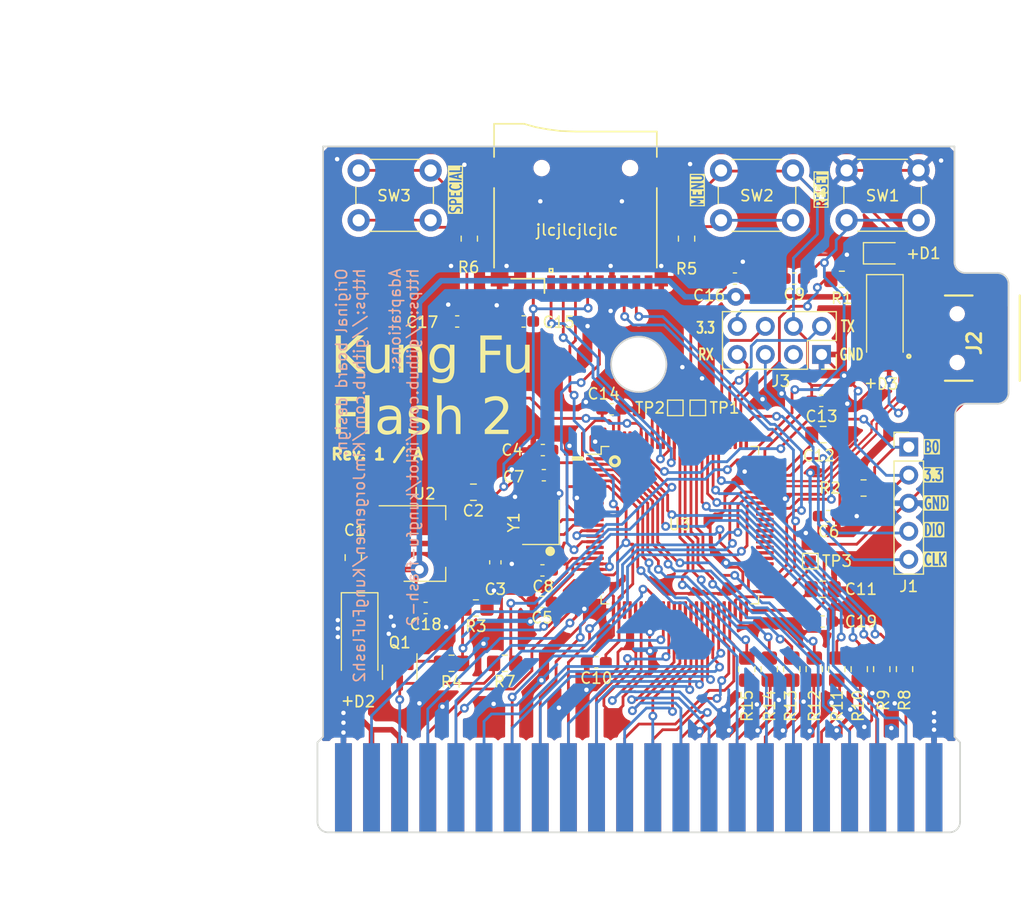
<source format=kicad_pcb>
(kicad_pcb (version 20240108) (generator "pcbnew") (generator_version "8.0")
  (title_block (title "Kung Fu Flash 2") (date "2023-12-26") (rev "1"))
  (layers (0 "F.Cu" signal) (31 "B.Cu" signal) (34 "B.Paste" user) (35 "F.Paste" user) (36 "B.SilkS" user "B.Silkscreen") (37 "F.SilkS" user "F.Silkscreen") (38 "B.Mask" user) (39 "F.Mask" user) (44 "Edge.Cuts" user))
  (net 0 "")
  (net 1 "GND")
  (net 3 "/SD_CK")
  (net 4 "+3V3")
  (net 5 "/SD_D2")
  (net 6 "/SD_D3")
  (net 7 "/SD_CMD")
  (net 8 "/~{IRQ}")
  (net 9 "/R~{W}")
  (net 11 "/~{IO1}")
  (net 12 "/~{GAME}")
  (net 13 "/~{EXROM}")
  (net 14 "/~{IO2}")
  (net 15 "/~{ROML}")
  (net 16 "/CD7")
  (net 17 "/BA")
  (net 18 "+5V")
  (net 19 "/CD6")
  (net 20 "/CD5")
  (net 21 "/CD4")
  (net 22 "/CD3")
  (net 23 "/CD2")
  (net 24 "/CD1")
  (net 25 "/CD0")
  (net 26 "/A15")
  (net 27 "/A14")
  (net 28 "/A13")
  (net 29 "/A12")
  (net 30 "/A11")
  (net 31 "/A10")
  (net 32 "/~{ROMH}")
  (net 33 "/~{RESET}")
  (net 34 "/~{NMI}")
  (net 35 "/PHI2")
  (net 36 "/A4")
  (net 37 "/A3")
  (net 38 "/A2")
  (net 39 "/A1")
  (net 40 "/A0")
  (net 41 "/A7")
  (net 42 "/A6")
  (net 43 "/A5")
  (net 44 "/A8")
  (net 45 "/A9")
  (net 46 "/D2")
  (net 47 "/D3")
  (net 48 "/D1")
  (net 49 "/D0")
  (net 50 "/D4")
  (net 51 "/D5")
  (net 52 "/D7")
  (net 53 "/D6")
  (net 54 "Net-(U3-PH0)")
  (net 55 "/~{RST_O}")
  (net 56 "/BOOT0")
  (net 57 "Net-(U3-PH1)")
  (net 58 "/~{LED}")
  (net 59 "Net-(D2-K)")
  (net 60 "/~{RST}")
  (net 61 "/MENU")
  (net 62 "/SPECIAL")
  (net 63 "Net-(C11-Pad2)")
  (net 64 "/SD_D0")
  (net 65 "/SD_D1")
  (net 66 "/USB_D-")
  (net 67 "/USB_D+")
  (net 68 "/SWDIO")
  (net 69 "Net-(C12-Pad1)")
  (net 70 "/SWCLK")
  (net 71 "+5C")
  (net 72 "Net-(D1-K)")
  (net 73 "Net-(R5-Pad1)")
  (net 74 "Net-(R6-Pad1)")
  (net 76 "/W_RX")
  (net 78 "/W_PRG")
  (net 79 "/W_RST")
  (net 80 "/W_TX")
  (net 81 "Net-(Q1-B)")
  (net 82 "Net-(U3-PB5)")
  (net 83 "Net-(U3-PB6)")
  (net 84 "Net-(U3-PB13)")
  (net 94 "/~{DMA}")
  (net 108 "/~{RST_I}")
  (footprint "Button_Switch_THT:SW_PUSH_6mm_H8mm" (layer "F.Cu") (at 112.3315 70.3665)
    (property "Reference" "SW2")
    (property "Value" "Menu")
  )
  (footprint "Capacitor_SMD:C_0603_1608Metric_Pad1.08x0.95mm_HandSolder" (layer "F.Cu") (at 96.2395 95.631 180)
    (property "Reference" "C4")
    (property "Value" "100nF")
  )
  (footprint "Capacitor_SMD:C_0603_1608Metric_Pad1.08x0.95mm_HandSolder" (layer "F.Cu") (at 96.1655 109.347 180)
    (property "Reference" "C5")
    (property "Value" "100nF")
  )
  (footprint "Crystal:Crystal_SMD_3225-4Pin_3.2x2.5mm" (layer "F.Cu") (at 96.06625 102.163 90)
    (property "Reference" "Y1")
    (property "Value" "25 MHz")
  )
  (footprint "Capacitor_SMD:C_0603_1608Metric_Pad1.08x0.95mm_HandSolder" (layer "F.Cu") (at 122.0205 101.6)
    (property "Reference" "C6")
    (property "Value" "100nF")
  )
  (footprint "KungFuFlash2:C64-Cart" (layer "F.Cu") (at 75.688 130.059501)
    (property "Reference" "U1" (hide yes))
    (property "Value" "C64-Exp-Port" (hide yes))
  )
  (footprint "Capacitor_SMD:C_0603_1608Metric_Pad1.08x0.95mm_HandSolder" (layer "F.Cu") (at 96.20375 106.504)
    (property "Reference" "C8")
    (property "Value" "20pF")
  )
  (footprint "Capacitor_SMD:C_0805_2012Metric_Pad1.18x1.45mm_HandSolder" (layer "F.Cu") (at 121.5605 94.234)
    (property "Reference" "C12")
    (property "Value" "2.2uF")
  )
  (footprint "Capacitor_SMD:C_0603_1608Metric_Pad1.08x0.95mm_HandSolder" (layer "F.Cu") (at 96.32875 97.904)
    (property "Reference" "C7")
    (property "Value" "20pF")
  )
  (footprint "Resistor_SMD:R_0805_2012Metric_Pad1.20x1.40mm_HandSolder" (layer "F.Cu") (at 125.206 99.06 180)
    (property "Reference" "R2")
    (property "Value" "10k")
  )
  (footprint "Capacitor_SMD:C_0805_2012Metric_Pad1.18x1.45mm_HandSolder" (layer "F.Cu") (at 121.5175 108.204 180)
    (property "Reference" "C11")
    (property "Value" "2.2uF")
  )
  (footprint "Capacitor_SMD:C_0603_1608Metric_Pad1.08x0.95mm_HandSolder" (layer "F.Cu") (at 102.4625 91.948)
    (property "Reference" "C14")
    (property "Value" "100nF")
  )
  (footprint "Capacitor_SMD:C_0603_1608Metric_Pad1.08x0.95mm_HandSolder" (layer "F.Cu") (at 121.3855 91.186)
    (property "Reference" "C13")
    (property "Value" "100nF")
  )
  (footprint "LED_SMD:LED_0805_2012Metric_Pad1.15x1.40mm_HandSolder" (layer "F.Cu") (at 127.0545 77.851)
    (property "Reference" "D1")
    (property "Value" "LED")
  )
  (footprint "Button_Switch_THT:SW_PUSH_6mm_H8mm" (layer "F.Cu") (at 79.606 70.3665)
    (property "Reference" "SW3")
    (property "Value" "Special")
  )
  (footprint "KungFuFlash2:Conn_uSDcard" (layer "F.Cu") (at 99.184 70.1485 180)
    (property "Reference" "XS1")
    (property "Value" "uSD_push_push")
  )
  (footprint "Resistor_SMD:R_0805_2012Metric_Pad1.20x1.40mm_HandSolder" (layer "F.Cu") (at 89.5985 76.5265 -90)
    (property "Reference" "R6")
    (property "Value" "510R")
  )
  (footprint "Resistor_SMD:R_0805_2012Metric_Pad1.20x1.40mm_HandSolder" (layer "F.Cu") (at 87.9935 114.901)
    (property "Reference" "R4")
    (property "Value" "510R")
  )
  (footprint "Resistor_SMD:R_0805_2012Metric_Pad1.20x1.40mm_HandSolder" (layer "F.Cu") (at 90.1935 109.901 180)
    (property "Reference" "R3")
    (property "Value" "10k")
  )
  (footprint "Resistor_SMD:R_0805_2012Metric_Pad1.20x1.40mm_HandSolder" (layer "F.Cu") (at 123.2445 80.2005)
    (property "Reference" "R1")
    (property "Value" "510R")
  )
  (footprint "Package_TO_SOT_SMD:SOT-23" (layer "F.Cu") (at 83.312 115.713 -90)
    (property "Reference" "Q1")
    (property "Value" "BC817")
  )
  (footprint "Package_TO_SOT_SMD:SOT-223-3_TabPin2" (layer "F.Cu") (at 85.5595 104.0765)
    (property "Reference" "U2")
    (property "Value" "AMS1117-3.3")
  )
  (footprint "Capacitor_SMD:C_0805_2012Metric_Pad1.18x1.45mm_HandSolder" (layer "F.Cu") (at 79.121 105.3465 90)
    (property "Reference" "C1")
    (property "Value" "10uF")
  )
  (footprint "Capacitor_SMD:C_0805_2012Metric_Pad1.18x1.45mm_HandSolder" (layer "F.Cu") (at 89.9705 99.441 180)
    (property "Reference" "C2")
    (property "Value" "10uF")
  )
  (footprint "Capacitor_SMD:C_0603_1608Metric_Pad1.08x0.95mm_HandSolder" (layer "F.Cu") (at 118.9495 80.137 180)
    (property "Reference" "C9")
    (property "Value" "100nF")
  )
  (footprint "Capacitor_SMD:C_0603_1608Metric_Pad1.08x0.95mm_HandSolder" (layer "F.Cu") (at 91.948 105.777 -90)
    (property "Reference" "C3")
    (property "Value" "100nF")
  )
  (footprint "Capacitor_SMD:C_0603_1608Metric_Pad1.08x0.95mm_HandSolder" (layer "F.Cu") (at 94.502 84.0105 180)
    (property "Reference" "C15")
    (property "Value" "100nF")
  )
  (footprint "Button_Switch_THT:SW_PUSH_6mm_H8mm" (layer "F.Cu") (at 123.675 70.358)
    (property "Reference" "SW1")
    (property "Value" "Reset")
  )
  (footprint "Capacitor_SMD:C_0603_1608Metric_Pad1.08x0.95mm_HandSolder" (layer "F.Cu") (at 113.5875 80.137)
    (property "Reference" "C16")
    (property "Value" "100nF")
  )
  (footprint "Capacitor_SMD:C_0603_1608Metric_Pad1.08x0.95mm_HandSolder" (layer "F.Cu") (at 88.505 84.0105 180)
    (property "Reference" "C17")
    (property "Value" "100nF")
  )
  (footprint "Resistor_SMD:R_0805_2012Metric_Pad1.20x1.40mm_HandSolder" (layer "F.Cu") (at 109.22 76.5265 -90)
    (property "Reference" "R5")
    (property "Value" "510R")
  )
  (footprint "Capacitor_SMD:C_0603_1608Metric_Pad1.08x0.95mm_HandSolder" (layer "F.Cu") (at 101.0655 114.808 180)
    (property "Reference" "C10")
    (property "Value" "100nF")
  )
  (footprint "Package_QFP:LQFP-100_14x14mm_P0.5mm" (layer "F.Cu") (at 108.617 102.417)
    (property "Reference" "U3")
    (property "Value" "STM32H7B0VBTx")
  )
  (footprint "mod:Conn_USBmini_reichelt" (layer "F.Cu") (at 130.064 85.516 90)
    (property "Reference" "J2")
    (property "Value" "USB_B_Micro" (hide yes))
  )
  (footprint "Resistor_SMD:R_0805_2012Metric_Pad1.20x1.40mm_HandSolder" (layer "F.Cu") (at 124.816 115.427 90)
    (property "Reference" "R10")
    (property "Value" "100R")
  )
  (footprint "Resistor_SMD:R_0805_2012Metric_Pad1.20x1.40mm_HandSolder" (layer "F.Cu") (at 122.784 115.427 90)
    (property "Reference" "R11")
    (property "Value" "100R")
  )
  (footprint "Resistor_SMD:R_0805_2012Metric_Pad1.20x1.40mm_HandSolder" (layer "F.Cu") (at 126.848 115.427 90)
    (property "Reference" "R9")
    (property "Value" "100R")
  )
  (footprint "TestPoint:TestPoint_Pad_1.0x1.0mm" (layer "F.Cu") (at 108.204 91.821)
    (property "Reference" "TP2")
    (property "Value" "~")
  )
  (footprint "Resistor_SMD:R_0805_2012Metric_Pad1.20x1.40mm_HandSolder" (layer "F.Cu") (at 116.688 115.427 90)
    (property "Reference" "R14")
    (property "Value" "100R")
  )
  (footprint "Resistor_SMD:R_0805_2012Metric_Pad1.20x1.40mm_HandSolder" (layer "F.Cu") (at 120.752 115.427 90)
    (property "Reference" "R12")
    (property "Value" "100R")
  )
  (footprint "TestPoint:TestPoint_Pad_1.0x1.0mm" (layer "F.Cu") (at 120.396 105.664)
    (property "Reference" "TP3")
    (property "Value" "~")
  )
  (footprint "Capacitor_SMD:C_0603_1608Metric_Pad1.08x0.95mm_HandSolder" (layer "F.Cu") (at 121.5125 111.125)
    (property "Reference" "C19")
    (property "Value" "100nF")
  )
  (footprint "Resistor_SMD:R_0805_2012Metric_Pad1.20x1.40mm_HandSolder" (layer "F.Cu") (at 92.7935 114.901 180)
    (property "Reference" "R7")
    (property "Value" "510R")
  )
  (footprint "Resistor_SMD:R_0805_2012Metric_Pad1.20x1.40mm_HandSolder" (layer "F.Cu") (at 118.72 115.427 90)
    (property "Reference" "R13")
    (property "Value" "100R")
  )
  (footprint "Diode_SMD:D_SMA_Handsoldering" (layer "F.Cu") (at 127.127 84.288 -90)
    (property "Reference" "D3")
    (property "Value" "D_Schottky")
  )
  (footprint "TestPoint:TestPoint_Pad_1.0x1.0mm" (layer "F.Cu") (at 110.236 91.821)
    (property "Reference" "TP1")
    (property "Value" "~")
  )
  (footprint "Resistor_SMD:R_0805_2012Metric_Pad1.20x1.40mm_HandSolder" (layer "F.Cu") (at 114.656 115.427 90)
    (property "Reference" "R15")
    (property "Value" "100R")
  )
  (footprint "Resistor_SMD:R_0805_2012Metric_Pad1.20x1.40mm_HandSolder" (layer "F.Cu") (at 128.905 115.427 90)
    (property "Reference" "R8")
    (property "Value" "100R")
  )
  (footprint "Connector_PinSocket_2.54mm:PinSocket_2x04_P2.54mm_Vertical" (layer "F.Cu") (at 121.412 86.995 -90)
    (property "Reference" "J3")
    (property "Value" "Wifi")
  )
  (footprint "Connector_PinHeader_2.54mm:PinHeader_1x05_P2.54mm_Vertical" (layer "F.Cu") (at 129.286 95.3516)
    (property "Reference" "J1")
    (property "Value" "SWD")
  )
  (footprint "Diode_SMD:D_SMA_Handsoldering" (layer "F.Cu") (at 79.6925 113.034635 -90)
    (property "Reference" "D2")
    (property "Value" "D_Schottky")
  )
  (footprint "Capacitor_SMD:C_0603_1608Metric_Pad1.08x0.95mm_HandSolder" (layer "F.Cu") (at 85.656 109.901)
    (property "Reference" "C18")
    (property "Value" "100nF")
  )
  (gr_rect (start 98.933 96.266) (end 99.822 96.52) (stroke (width 0.15)) (fill solid) (layer "F.SilkS"))
  (gr_circle (center 96.901 104.775) (end 97.26021 104.775) (stroke (width 0.15)) (fill solid) (layer "F.SilkS"))
  (gr_circle (center 102.743 96.647) (end 103.143 96.647) (stroke (width 0.3)) (fill none) (layer "F.SilkS"))
  (gr_line (start 133.9215 122.047) (end 133.9215 129.2225) (stroke (width 0.15)) (layer "Edge.Cuts"))
  (gr_line (start 133.4135 68.199) (end 133.4135 78.629) (stroke (width 0.15)) (layer "Edge.Cuts"))
  (gr_line (start 133.474895 92.43789) (end 133.4135 121.539) (stroke (width 0.15)) (layer "Edge.Cuts"))
  (gr_circle (center 104.902 87.884) (end 102.4255 87.5665) (stroke (width 0.15)) (fill none) (layer "Edge.Cuts"))
  (gr_arc (start 133.9215 129.2225) (mid 133.642519 129.896019) (end 132.969 130.175) (stroke (width 0.15)) (layer "Edge.Cuts"))
  (gr_line (start 75.8825 129.2225) (end 75.8825 122.047) (stroke (width 0.15)) (layer "Edge.Cuts"))
  (gr_arc (start 134.4135 79.629) (mid 133.706393 79.336107) (end 133.4135 78.629) (stroke (width 0.15)) (layer "Edge.Cuts"))
  (gr_line (start 134.4135 79.629) (end 137.303 79.629) (stroke (width 0.15)) (layer "Edge.Cuts"))
  (gr_arc (start 138.303 90.44) (mid 138.010107 91.147107) (end 137.303 91.44) (stroke (width 0.15)) (layer "Edge.Cuts"))
  (gr_arc (start 137.303 79.629) (mid 138.010107 79.921893) (end 138.303 80.629) (stroke (width 0.15)) (layer "Edge.Cuts"))
  (gr_arc (start 133.474895 92.43789) (mid 133.768532 91.732147) (end 134.474893 91.44) (stroke (width 0.15)) (layer "Edge.Cuts"))
  (gr_line (start 76.3905 121.539) (end 76.3905 68.199) (stroke (width 0.15)) (layer "Edge.Cuts"))
  (gr_arc (start 76.835 130.175) (mid 76.161481 129.896019) (end 75.8825 129.2225) (stroke (width 0.15)) (layer "Edge.Cuts"))
  (gr_line (start 138.303 80.629) (end 138.303 90.44) (stroke (width 0.15)) (layer "Edge.Cuts"))
  (gr_line (start 75.8825 122.047) (end 76.3905 121.539) (stroke (width 0.15)) (layer "Edge.Cuts"))
  (gr_line (start 137.303 91.44) (end 134.474893 91.44) (stroke (width 0.15)) (layer "Edge.Cuts"))
  (gr_line (start 132.969 130.175) (end 76.835 130.175) (stroke (width 0.15)) (layer "Edge.Cuts"))
  (gr_line (start 76.3905 68.199) (end 133.4135 68.199) (stroke (width 0.15)) (layer "Edge.Cuts"))
  (gr_line (start 133.9215 122.047) (end 133.4135 121.539) (stroke (width 0.15)) (layer "Edge.Cuts"))
  (gr_text "Original board design:\nhttps://github.com/KimJorgensen/KungFuFlash2\n\nAdaptations:\nhttps://github.com/ifilot/kungfu-flash-2" (at 81.28 79.121 90) (layer "B.SilkS") (effects (font (size 1 1)) (justify left mirror)))
  (gr_text "CLK" (at 130.556 105.537 0) (layer "F.SilkS" knockout) (effects (font (size 1 0.7) (thickness 0.175) (bold yes)) (justify left)))
  (gr_text "Rev. 1 / A" (at 81.28 96.012 0) (layer "F.SilkS") (effects (font (size 1 1) (thickness 0.25))))
  (gr_text "GND" (at 130.556 100.457 0) (layer "F.SilkS" knockout) (effects (font (size 1 0.7) (thickness 0.175) (bold yes)) (justify left)))
  (gr_text "+" (at 78.613 118.237 0) (layer "F.SilkS") (effects (font (size 1 1))))
  (gr_text "DIO" (at 130.556 102.87 0) (layer "F.SilkS" knockout) (effects (font (size 1 0.7) (thickness 0.175) (bold yes)) (justify left)))
  (gr_text "3.3" (at 111.887 84.582 0) (layer "F.SilkS") (effects (font (size 1 0.7) (thickness 0.175) (bold yes)) (justify right)))
  (gr_text "GND" (at 122.936 86.995 0) (layer "F.SilkS") (effects (font (size 1 0.7) (thickness 0.175) (bold yes)) (justify left)))
  (gr_text "3.3" (at 130.556 97.917 0) (layer "F.SilkS" knockout) (effects (font (size 1 0.7) (thickness 0.175) (bold yes)) (justify left)))
  (gr_text "Kung Fu\nFlash 2" (at 77.089 94.742 0) (layer "F.SilkS") (effects (font (size 3.3 3.3)) (justify left bottom)))
  (gr_text "+" (at 125.857 89.535 0) (layer "F.SilkS") (effects (font (size 1 1))))
  (gr_text "RESET" (at 121.412 72.136 90) (layer "F.SilkS" knockout) (effects (font (size 1 0.7))))
  (gr_text "SPECIAL" (at 88.392 72.136 90) (layer "F.SilkS" knockout) (effects (font (size 1 0.7))))
  (gr_text "TX" (at 123.063 84.455 0) (layer "F.SilkS") (effects (font (size 1 0.7) (thickness 0.175) (bold yes)) (justify left)))
  (gr_text "B0" (at 130.556 95.377 0) (layer "F.SilkS" knockout) (effects (font (size 1 0.7) (thickness 0.175) (bold yes)) (justify left)))
  (gr_text "jlcjlcjlcjlc" (at 95.504 76.327 0) (layer "F.SilkS") (effects (font (size 1 1)) (justify left bottom)))
  (gr_text "MENU" (at 110.236 72.136 90) (layer "F.SilkS" knockout) (effects (font (size 1 0.7))))
  (gr_text "RX" (at 111.76 86.995 0) (layer "F.SilkS") (effects (font (size 1 0.7) (thickness 0.175) (bold yes)) (justify right)))
  (gr_text "+" (at 129.667 77.851 0) (layer "F.SilkS") (effects (font (size 1 1))))
  (segment (start 94.696 109.301) (end 95.2225 109.301) (width 0.25) (layer "F.Cu") (net 1))
  (segment (start 114.3 107.696) (end 113.411 108.585) (width 0.25) (layer "F.Cu") (net 1))
  (segment (start 119.7864 119.0752) (end 117.9068 120.9548) (width 0.25) (layer "F.Cu") (net 1))
  (segment (start 92.964 78.994) (end 92.202 79.756) (width 0.25) (layer "F.Cu") (net 1))
  (segment (start 99.314 100.154685) (end 99.314 99.949) (width 0.25) (layer "F.Cu") (net 1))
  (segment (start 123.063 100.457) (end 123.063 101.166) (width 0.25) (layer "F.Cu") (net 1))
  (segment (start 131.064 83.916) (end 129.445396 83.916) (width 0.25) (layer "F.Cu") (net 1))
  (segment (start 108.839 88.138) (end 108.839 88.773) (width 0.25) (layer "F.Cu") (net 1))
  (segment (start 92.1665 82.55) (end 93.627 84.0105) (width 0.25) (layer "F.Cu") (net 1))
  (segment (start 128.016 120.4468) (end 127.7112 120.7516) (width 0.25) (layer "F.Cu") (net 1))
  (segment (start 122.7836 120.9548) (end 122.779301 120.959099) (width 0.25) (layer "F.Cu") (net 1))
  (segment (start 118.0745 80.137) (end 114.26591 80.137) (width 0.25) (layer "F.Cu") (net 1))
  (segment (start 86.5185 109.901) (end 86.5185 111.383203) (width 0.25) (layer "F.Cu") (net 1))
  (segment (start 103.378 73.152) (end 103.886 73.152) (width 0.25) (layer "F.Cu") (net 1))
  (segment (start 131.572 101.473) (end 130.556 100.457) (width 0.25) (layer "F.Cu") (net 1))
  (segment (start 114.919 96.917) (end 114.465375 97.370625) (width 0.25) (layer "F.Cu") (net 1))
  (segment (start 102.8192 90.4748) (end 100.9396 90.4748) (width 0.25) (layer "F.Cu") (net 1))
  (segment (start 118.5092 99.626) (end 118.2624 99.8728) (width 0.25) (layer "F.Cu") (net 1))
  (segment (start 108.839 88.773) (end 105.664 91.948) (width 0.25) (layer "F.Cu") (net 1))
  (segment (start 106.553 68.7705) (end 108.5215 68.7705) (width 0.25) (layer "F.Cu") (net 1))
  (segment (start 102.484 81.1565) (end 102.484 79.116) (width 0.25) (layer "F.Cu") (net 1))
  (segment (start 113.1316 120.9548) (end 113.0635 120.9548) (width 0.25) (layer "F.Cu") (net 1))
  (segment (start 131.572 120.904) (end 131.572 119.38) (width 0.25) (layer "F.Cu") (net 1))
  (segment (start 111.3536 104.4001) (end 111.3536 102.3874) (width 0.25) (layer "F.Cu") (net 1))
  (segment (start 91.434 68.84) (end 91.434 70.5485) (width 0.25) (layer "F.Cu") (net 1))
  (segment (start 123.2916 99.06) (end 122.176792 99.06) (width 0.25) (layer "F.Cu") (net 1))
  (segment (start 78.0505 104.3215) (end 77.724 104.648) (width 0.25) (layer "F.Cu") (net 1))
  (segment (start 116.292 96.917) (end 114.919 96.917) (width 0.25) (layer "F.Cu") (net 1))
  (segment (start 95.123 111.125) (end 95.303 110.945) (width 0.25) (layer "F.Cu") (net 1))
  (segment (start 108.5215 68.7705) (end 122.2145 68.7705) (width 0.25) (layer "F.Cu") (net 1))
  (segment (start 123.802 70.358) (end 130.302 70.358) (width 0.25) (layer "F.Cu") (net 1))
  (segment (start 124.586302 94.741302) (end 121.360604 97.967) (width 0.25) (layer "F.Cu") (net 1))
  (segment (start 102.484 81.6025) (end 102.484 80.6485) (width 0.25) (layer "F.Cu") (net 1))
  (segment (start 102.362 83.058) (end 102.484 82.936) (width 0.25) (layer "F.Cu") (net 1))
  (segment (start 95.377 108.077) (end 95.377 106.53975) (width 0.25) (layer "F.Cu") (net 1))
  (segment (start 87.503 111.633) (end 87.378203 111.508203) (width 0.25) (layer "F.Cu") (net 1))
  (segment (start 103.117 94.742) (end 103.117 92.156) (width 0.25) (layer "F.Cu") (net 1))
  (segment (start 82.32345 112.23195) (end 82.32345 114.62445) (width 0.25) (layer "F.Cu") (net 1))
  (segment (start 103.325 90.9806) (end 102.8192 90.4748) (width 0.25) (layer "F.Cu") (net 1))
  (segment (start 122.555 111.379) (end 121.92 112.014) (width 0.25) (layer "F.Cu") (net 1))
  (segment (start 124.0028 119.0752) (end 124.0028 119.7356) (width 0.25) (layer "F.Cu") (net 1))
  (segment (start 131.568 120.908) (end 131.572 120.904) (width 0.25) (layer "F.Cu") (net 1))
  (segment (start 78.232 68.7705) (end 77.6605 69.342) (width 0.25) (layer "F.Cu") (net 1))
  (segment (start 131.572 119.38) (end 131.572 101.473) (width 0.25) (layer "F.Cu") (net 1))
  (segment (start 92.075 108.585) (end 93.98 108.585) (width 0.25) (layer "F.Cu") (net 1))
  (segment (start 100.9396 90.4748) (end 100.1268 91.2876) (width 0.25) (layer "F.Cu") (net 1))
  (segment (start 101.7524 118.7196) (end 102.108 119.0752) (width 0.25) (layer "F.Cu") (net 1))
  (segment (start 90.2335 68.7705) (end 78.232 68.7705) (width 0.25) (layer "F.Cu") (net 1))
  (segment (start 95.303 110.945) (end 95.303 109.347) (width 0.25) (layer "F.Cu") (net 1))
  (segment (start 131.5085 68.7705) (end 132.207 69.469) (width 0.25) (layer "F.Cu") (net 1))
  (segment (start 114.45 79.271) (end 114.45 80.137) (width 0.25) (layer "F.Cu") (net 1))
  (segment (start 87.0204 118.8212) (end 87.1728 118.8212) (width 0.25) (layer "F.Cu") (net 1))
  (segment (start 91.821 108.331) (end 92.075 108.585) (width 0.25) (layer "F.Cu") (net 1))
  (segment (start 125.73 90.306305) (end 124.596305 91.44) (width 0.25) (layer "F.Cu") (net 1))
  (segment (start 96.91625 100.324054) (end 97.7 99.540304) (width 0.25) (layer "F.Cu") (net 1))
  (segment (start 96.012 73.152) (end 93.9165 71.0565) (width 0.25) (layer "F.Cu") (net 1))
  (segment (start 124.596305 91.44) (end 123.7355 91.44) (width 0.25) (layer "F.Cu") (net 1))
  (segment (start 108.5215 68.7705) (end 109.5375 69.7865) (width 0.25) (layer "F.Cu") (net 1))
  (segment (start 131.064 81.116) (end 131.064 83.916) (width 0.25) (layer "F.Cu") (net 1))
  (segment (start 122.555 106.934) (end 122.555 111.379) (width 0.25) (layer "F.Cu") (net 1))
  (segment (start 123.7355 91.44) (end 123.4815 91.186) (width 0.25) (layer "F.Cu") (net 1))
  (segment (start 101.0412 117.2972) (end 103.0224 115.316) (width 0.25) (layer "F.Cu") (net 1))
  (segment (start 103.3272 113.5888) (end 104.2924 113.5888) (width 0.25) (layer "F.Cu") (net 1))
  (segment (start 129.032 100.457) (end 122.555 106.934) (width 0.25) (layer "F.Cu") (net 1))
  (segment (start 100.203 114.808) (end 100.203 117.2718) (width 0.25) (layer "F.Cu") (net 1))
  (segment (start 113.858987 106.219689) (end 114.3 106.660702) (width 0.25) (layer "F.Cu") (net 1))
  (segment (start 114.117 111.45) (end 114.117 110.092) (width 0.25) (layer "F.Cu") (net 1))
  (segment (start 93.4345 97.3825) (end 90.768 97.3825) (width 0.25) (layer "F.Cu") (net 1))
  (segment (start 105.918 115.495196) (end 105.918 113.789434) (width 0.25) (layer "F.Cu") (net 1))
  (segment (start 125.3744 120.5992) (end 125.3236 120.65) (width 0.25) (layer "F.Cu") (net 1))
  (segment (start 111.3536 102.3874) (end 112.677351 101.063649) (width 0.25) (layer "F.Cu") (net 1))
  (segment (start 85.09 118.5164) (end 86.614 118.5164) (width 0.25) (layer "F.Cu") (net 1))
  (segment (start 103.117 94.742) (end 103.117 95.607685) (width 0.25) (layer "F.Cu") (net 1))
  (segment (start 104.2924 113.5888) (end 104.634602 113.931002) (width 0.25) (layer "F.Cu") (net 1))
  (segment (start 121.412 86.995) (end 123.19 88.773) (width 0.25) (layer "F.Cu") (net 1))
  (segment (start 90.768 97.3825) (end 88.5825 99.568) (width 0.25) (layer "F.Cu") (net 1))
  (segment (start 99.986 111.166995) (end 96.1136 115.039395) (width 0.25) (layer "F.Cu") (net 1))
  (segment (start 100.076315 100.917) (end 99.314 100.154685) (width 0.25) (layer "F.Cu") (net 1))
  (segment (start 112.8715 105.918) (end 112.8715 106.188189) (width 0.25) (layer "F.Cu") (net 1))
  (segment (start 77.724 118.560315) (end 77.724 112.522) (width 0.25) (layer "F.Cu") (net 1))
  (segment (start 100.203 114.808) (end 102.617 112.394) (width 0.25) (layer "F.Cu") (net 1))
  (segment (start 130.556 100.457) (end 129.032 100.457) (width 0.25) (layer "F.Cu") (net 1))
  (segment (start 114.935 77.978) (end 123.698 77.978) (width 0.25) (layer "F.Cu") (net 1))
  (segment (start 101.981 95.885) (end 100.965 94.869) (width 0.25) (layer "F.Cu") (net 1))
  (segment (start 106.934 83.439) (end 106.934 80.1485) (width 0.25) (layer "F.Cu") (net 1))
  (segment (start 82.4095 101.7765) (end 80.0875 101.7765) (width 0.25) (layer "F.Cu") (net 1))
  (segment (start 136.564 89.916) (end 131.064 89.916) (width 0.25) (layer "F.Cu") (net 1))
  (segment (start 120.6705 97.967) (end 120.396 97.6925) (width 0.25) (layer "F.Cu") (net 1))
  (segment (start 128.016 118.5164) (end 128.016 120.4468) (width 0.25) (layer "F.Cu") (net 1))
  (segment (start 102.362 108.585) (end 102.617 108.84) (width 0.25) (layer "F.Cu") (net 1))
  (segment (start 85.1675 101.7765) (end 82.4095 101.7765) (width 0.25) (layer "F.Cu") (net 1))
  (segment (start 103.378 73.152) (end 96.012 73.152) (width 0.25) (layer "F.Cu") (net 1))
  (segment (start 123.063 100.457) (end 123.444 100.457) (width 0.25) (layer "F.Cu") (net 1))
  (segment (start 122.598 94.234) (end 124.079 94.234) (width 0.25) (layer "F.Cu") (net 1))
  (segment (start 118.2624 99.8728) (end 118.11 100.0252) (width 0.25) (layer "F.Cu") (net 1))
  (segment (start 98.924604 105.417) (end 98.425 105.916604) (width 0.25) (layer "F.Cu") (net 1))
  (segment (start 119.7864 118.364) (end 119.7864 119.0752) (width 0.25) (layer "F.Cu") (net 1))
  (segment (start 125.9404 120.0332) (end 125.3744 120.5992) (width 0.25) (layer "F.Cu") (net 1))
  (segment (start 97.027302 108.077) (end 95.377 108.077) (width 0.25) (layer "F.Cu") (net 1))
  (segment (start 96.91625 101.063) (end 96.91625 100.324054) (width 0.25) (layer "F.Cu") (net 1))
  (segment (start 123.19 88.773) (end 123.444 88.773) (width 0.25) (layer "F.Cu") (net 1))
  (segment (start 124.0028 119.7356) (end 122.7836 120.9548) (width 0.25) (layer "F.Cu") (net 1))
  (segment (start 129.445396 83.916) (end 128.710396 84.651) (width 0.25) (layer "F.Cu") (net 1))
  (segment (start 124.841 89.027) (end 125.73 89.916) (width 0.25) (layer "F.Cu") (net 1))
  (segment (start 125.988299 117.597701) (end 125.9404 117.6456) (width 0.25) (layer "F.Cu") (net 1))
  (segment (start 100.942 100.917) (end 100.076315 100.917) (width 0.25) (layer "F.Cu") (net 1))
  (segment (start 135.564 90.043) (end 132.588 93.019) (width 0.25) (layer "F.Cu") (net 1))
  (segment (start 102.362 78.994) (end 106.934 78.994) (width 0.25) (layer "F.Cu") (net 1))
  (segment (start 136.564 81.116) (end 131.064 81.116) (width 0.25) (layer "F.Cu") (net 1))
  (segment (start 116.5352 90.5256) (end 116.078 90.9828) (width 0.25) (layer "F.Cu") (net 1))
  (segment (start 125.73 89.916) (end 125.73 90.306305) (width 0.25) (layer "F.Cu") (net 1))
  (segment (start 98.642 95.25) (end 98.552 95.25) (width 0.25) (layer "F.Cu") (net 1))
  (segment (start 87.376 99.568) (end 85.1675 101.7765) (width 0.25) (layer "F.Cu") (net 1))
  (segment (start 102.839685 95.885) (end 101.981 95.885) (width 0.25) (layer "F.Cu") (net 1))
  (segment (start 124.206 99.06) (end 123.2916 99.06) (width 0.25) (layer "F.Cu") (net 1))
  (segment (start 123.444 100.457) (end 124.587 101.6) (width 0.25) (layer "F.Cu") (net 1))
  (segment (start 102.484 82.936) (end 102.484 81.6025) (width 0.25) (layer "F.Cu") (net 1))
  (segment (start 112.677351 99.362399) (end 114.465375 97.574375) (width 0.25) (layer "F.Cu") (net 1))
  (segment (start 82.52168 111.261634) (end 82.768249 111.508203) (width 0.25) (layer "F.Cu") (net 1))
  (segment (start 115.57 118.618) (end 113.2332 120.9548) (width 0.25) (layer "F.Cu") (net 1))
  (segment (start 121.610792 99.626) (end 118.5092 99.626) (width 0.25) (layer "F.Cu") (net 1))
  (segment (start 96.1136 115.039395) (end 96.1136 116.4336) (width 0.25) (layer "F.Cu") (net 1))
  (segment (start 77.724 111.76) (end 77.724 112.522) (width 0.25) (layer "F.Cu") (net 1))
  (segment (start 87.6935 82.4865) (end 87.6935 83.947) (width 0.25) (layer "F.Cu") (net 1))
  (segment (start 114.3 111.633) (end 114.117 111.45) (width 0.25) (layer "F.Cu") (net 1))
  (segment (start 115.6378 120.9378) (end 117.5512 119.0244) (width 0.25) (layer "F.Cu") (net 1))
  (segment (start 124.841 86.048) (end 124.841 89.027) (width 0.25) (layer "F.Cu") (net 1))
  (segment (start 95.34125 106.504) (end 95.34125 104.86625) (width 0.25) (layer "F.Cu") (net 1))
  (segment (start 79.121 104.3215) (end 78.0505 104.3215) (width 0.25) (layer "F.Cu") (net 1))
  (segment (start 92.5068 109.0168) (end 92.5068 111.506) (width 0.25) (layer "F.Cu") (net 1))
  (segment (start 108.839 85.344) (end 106.934 83.439) (width 0.25) (layer "F.Cu") (net 1))
  (segment (start 112.903 106.219689) (end 113.858987 106.219689) (width 0.25) (layer "F.Cu") (net 1))
  (segment (start 106.934 78.994) (end 106.934 80.6565) (width 0.25) (layer "F.Cu") (net 1))
  (segment (start 114.3 106.660702) (end 114.3 107.696) (width 0.25) (layer "F.Cu") (net 1))
  (segment (start 123.2916 99.06) (end 123.063 99.06) (width 0.25) (layer "F.Cu") (net 1))
  (segment (start 110.6932 121.0564) (end 110.3884 121.0564) (width 0.25) (layer "F.Cu") (net 1))
  (segment (start 98.425 106.679302) (end 97.027302 108.077) (width 0.25) (layer "F.Cu") (net 1))
  (segment (start 92.5068 111.506) (end 90.8812 113.1316) (width 0.25) (layer "F.Cu") (net 1))
  (segment (start 90.2335 68.7705) (end 89.154 69.85) (width 0.25) (layer "F.Cu") (net 1))
  (segment (start 121.92 112.014) (end 118.999 112.014) (width 0.25) (layer "F.Cu") (net 1))
  (segment (start 112.6236 119.126) (end 110.6932 121.0564) (width 0.25) (layer "F.Cu") (net 1))
  (segment (start 117.9068 120.9548) (end 117.9238 120.9718) (width 0.25) (layer "F.Cu") (net 1))
  (segment (start 86.5185 111.383203) (end 86.3935 111.508203) (width 0.25) (layer "F.Cu") (net 1))
  (segment (start 113.411 108.585) (end 107.9246 108.585) (width 0.25) (layer "F.Cu") (net 1))
  (segment (start 114.3 78.613) (end 114.935 77.978) (width 0.25) (layer "F.Cu") (net 1))
  (segment (start 123.063 99.06) (end 123.063 100.457) (width 0.25) (layer "F.Cu") (net 1))
  (segment (start 98.425 105.916604) (end 98.425 106.679302) (width 0.25) (layer "F.Cu") (net 1))
  (segment (start 103.117 95.607685) (end 102.839685 95.885) (width 0.25) (layer "F.Cu") (net 1))
  (segment (start 118.999 112.014) (end 118.618 111.633) (width 0.25) (layer "F.Cu") (net 1))
  (segment (start 102.108 119.0752) (end 103.124 119.0752) (width 0.25) (layer "F.Cu") (net 1))
  (segment (start 93.9165 71.0565) (end 91.434 71.0565) (width 0.25) (layer "F.Cu") (net 1))
  (segment (start 102.617 112.394) (end 102.617 110.092) (width 0.25) (layer "F.Cu") (net 1))
  (segment (start 88.5825 99.568) (end 87.376 99.568) (width 0.25) (layer "F.Cu") (net 1))
  (segment (start 112.776 105.8225) (end 112.8715 105.918) (width 0.25) (layer "F.Cu") (net 1))
  (segment (start 101.7524 117.999095) (end 101.7524 118.7196) (width 0.25) (layer "F.Cu") (net 1))
  (segment (start 99.986 109.982) (end 100.965 109.982) (width 0.25) (layer "F.Cu") (net 1))
  (segment (start 95.377 108.077) (end 95.377 109.273) (width 0.25) (layer "F.Cu") (net 1))
  (segment (start 103.325 91.948) (end 103.325 90.9806) (width 0.25) (layer "F.Cu") (net 1))
  (segment (start 87.6935 82.4865) (end 87.6935 79.247998) (width 0.25) (layer "F.Cu") (net 1))
  (segment (start 126.238 84.651) (end 124.841 86.048) (width 0.25) (layer "F.Cu") (net 1))
  (segment (start 102.484 79.116) (end 102.362 78.994) (width 0.25) (layer "F.Cu") (net 1))
  (segment (start 114.465375 97.370625) (end 114.465375 97.574375) (width 0.25) (layer "F.Cu") (net 1))
  (segment (start 108.839 88.138) (end 108.839 85.344) (width 0.25) (layer "F.Cu") (net 1))
  (segment (start 116.078 90.9828) (end 116.078 91.0336) (width 0.25) (layer "F.Cu") (net 1))
  (segment (start 123.4815 91.186) (end 122.248 91.186) (width 0.25) (layer "F.Cu") (net 1))
  (segment (start 86.9696 118.872) (end 87.0204 118.8212) (width 0.25) (layer "F.Cu") (net 1))
  (segment (start 100.942 105.417) (end 98.924604 105.417) (width 0.25) (layer "F.Cu") (net 1))
  (segment (start 79.248 102.616) (end 79.248 104.1945) (width 0.25) (layer "F.Cu") (net 1))
  (segment (start 78.232 119.38) (end 78.232 121.158) (width 0.25) (layer "F.Cu") (net 1))
  (segment (start 125.3236 120.65) (end 125.2728 120.65) (width 0.25) (layer "F.Cu") (net 1))
  (segment (start 87.378203 111.508203) (end 85.3935 111.508203) (width 0.25) (layer "F.Cu") (net 1))
  (segment (start 123.063 101.166) (end 123.19 101.293) (width 0.25) (layer "F.Cu") (net 1))
  (segment (start 114.3 79.121) (end 114.45 79.271) (width 0.25) (layer "F.Cu") (net 1))
  (segment (start 96.012 94.742) (end 95.377 95.377) (width 0.25) (layer "F.Cu") (net 1))
  (segment (start 103.4796 118.7196) (end 103.4796 117.933596) (width 0.25) (layer "F.Cu") (net 1))
  (segment (start 77.724 110.998) (end 77.724 111.76) (width 0.25) (layer "F.Cu") (net 1))
  (segment (start 117.8052 90.5256) (end 116.5352 90.5256) (width 0.25) (layer "F.Cu") (net 1))
  (segment (start 106.934 70.5485) (end 106.934 68.7705) (width 0.25) (layer "F.Cu") (net 1))
  (segment (start 104.634602 113.931002) (end 104.634602 115.116893) (width 0.25) (layer "F.Cu") (net 1))
  (segment (start 132.588 97.028) (end 129.159 100.457) (width 0.25) (layer "F.Cu") (net 1))
  (segment (start 103.124 119.0752) (end 103.4796 118.7196) (width 0.25) (layer "F.Cu") (net 1))
  (segment (start 98.552 95.25) (end 98.044 94.742) (width 0.25) (layer "F.Cu") (net 1))
  (segment (start 91.5035 68.7705) (end 90.2335 68.7705) (width 0.25) (layer "F.Cu") (net 1))
  (segment (start 106.553 68.7705) (end 91.5035 68.7705) (width 0.25) (layer "F.Cu") (net 1))
  (segment (start 91.821 108.331) (end 92.5068 109.0168) (width 0.25) (layer "F.Cu") (net 1))
  (segment (start 103.0224 113.8936) (end 103.3272 113.5888) (width 0.25) (layer "F.Cu") (net 1))
  (segment (start 91.948 106.652) (end 92.701 106.652) (width 0.25) (layer "F.Cu") (net 1))
  (segment (start 107.9246 108.585) (end 107.061 107.7214) (width 0.25) (layer "F.Cu") (net 1))
  (segment (start 78.232 119.068315) (end 77.724 118.560315) (width 0.25) (layer "F.Cu") (net 1))
  (segment (start 95.34125 104.86625) (end 95.21625 104.74125) (width 0.25) (layer "F.Cu") (net 1))
  (segment (start 92.701 106.652) (end 93.435 105.918) (width 0.25) (layer "F.Cu") (net 1))
  (segment (start 121.360604 97.967) (end 120.6705 97.967) (width 0.25) (layer "F.Cu") (net 1))
  (segment (start 122.3131 118.4656) (end 122.3131 119.0377) (width 0.25) (layer "F.Cu") (net 1))
  (segment (start 128.710396 84.651) (end 126.238 84.651) (width 0.25) (layer "F.Cu") (net 1))
  (segment (start 125.9404 117.6456) (end 125.9404 120.0332) (width 0.25) (layer "F.Cu") (net 1))
  (segment (start 103.4796 117.933596) (end 105.918 115.495196) (width 0.25) (layer "F.Cu") (net 1))
  (segment (start 82.52168 110.695272) (end 82.52168 111.261634) (width 0.25) (layer "F.Cu") (net 1))
  (segment (start 99.986 109.982) (end 99.986 111.166995) (width 0.25) (layer "F.Cu") (net 1))
  (segment (start 122.2145 68.7705) (end 123.802 70.358) (width 0.25) (layer "F.Cu") (net 1))
  (segment (start 95.21625 104.74125) (end 95.21625 103.263) (width 0.25) (layer "F.Cu") (net 1))
  (segment (start 95.46625 98.11875) (end 93.726 99.859) (width 0.25) (layer "F.Cu") (net 1))
  (segment (start 103.0224 115.316) (end 103.0224 113.8936) (width 0.25) (layer "F.Cu") (net 1))
  (segment (start 103.886 73.152) (end 105.9815 71.0565) (width 0.25) (layer "F.Cu") (net 1))
  (segment (start 123.444 88.9) (end 123.448299 88.904299) (width 0.25) (layer "F.Cu") (net 1))
  (segment (start 87.6935 79.247998) (end 87.9475 78.993998) (width 0.25) (layer "F.Cu") (net 1))
  (segment (start 132.588 93.019) (end 132.588 97.028) (width 0.25) (layer "F.Cu") (net 1))
  (segment (start 100.1776 117.2972) (end 101.0412 117.2972) (width 0.25) (layer "F.Cu") (net 1))
  (segment (start 80.0875 101.7765) (end 79.248 102.616) (width 0.25) (layer "F.Cu") (net 1))
  (segment (start 86.3935 111.508203) (end 82.768249 111.508203) (width 0.25) (layer "F.Cu") (net 1))
  (segment (start 92.075 82.55) (end 92.1665 82.55) (width 0.25) (layer "F.Cu") (net 1))
  (segment (start 112.776 105.8225) (end 111.3536 104.4001) (width 0.25) (layer "F.Cu") (net 1))
  (segment (start 118.618 111.633) (end 114.3 111.633) (width 0.25) (layer "F.Cu") (net 1))
  (segment (start 93.98 108.585) (end 94.696 109.301) (width 0.25) (layer "F.Cu") (net 1))
  (segment (start 105.9815 71.0565) (end 106.934 71.0565) (width 0.25) (layer "F.Cu") (net 1))
  (segment (start 100.965 109.982) (end 102.362 108.585) (width 0.25) (layer "F.Cu") (net 1))
  (segment (start 104.634602 115.116893) (end 101.7524 117.999095) (width 0.25) (layer "F.Cu") (net 1))
  (segment (start 113.2332 120.9548) (end 113.1316 120.9548) (width 0.25) (layer "F.Cu") (net 1))
  (segment (start 86.614 118.5164) (end 86.9696 118.872) (width 0.25) (layer "F.Cu") (net 1))
  (segment (start 112.677351 101.063649) (end 112.677351 99.362399) (width 0.25) (layer "F.Cu") (net 1))
  (segment (start 98.044 94.742) (end 96.012 94.742) (width 0.25) (layer "F.Cu") (net 1))
  (segment (start 124.079 94.234) (end 124.586302 94.741302) (width 0.25) (layer "F.Cu") (net 1))
  (segment (start 131.568 126.121227) (end 131.568 120.908) (width 0.5) (layer "F.Cu") (net 1))
  (segment (start 102.484 81.0295) (end 102.484 81.6025) (width 0.25) (layer "F.Cu") (net 1))
  (segment (start 112.8715 106.188189) (end 112.903 106.219689) (width 0.25) (layer "F.Cu") (net 1))
  (segment (start 115.6378 120.9718) (end 115.6378 120.9378) (width 0.25) (layer "F.Cu") (net 1))
  (segment (start 78.232 119.38) (end 78.232 119.068315) (width 0.25) (layer "F.Cu") (net 1))
  (segment (start 78.228 121.162) (end 78.232 121.158) (width 0.25) (layer "F.Cu") (net 1))
  (segment (start 77.724 104.648) (end 77.724 110.998) (width 0.25) (layer "F.Cu") (net 1))
  (segment (start 114.3 78.613) (end 114.3 79.121) (width 0.25) (layer "F.Cu") (net 1))
  (segment (start 106.934 68.7705) (end 106.553 68.7705) (width 0.25) (layer "F.Cu") (net 1))
  (segment (start 100.203 117.2718) (end 100.1776 117.2972) (width 0.25) (layer "F.Cu") (net 1))
  (segment (start 78.228 126.121227) (end 78.228 121.162) (width 0.5) (layer "F.Cu") (net 1))
  (segment (start 117.5512 119.0244) (end 117.5512 118.2116) (width 0.25) (layer "F.Cu") (net 1))
  (segment (start 102.617 108.84) (end 102.617 110.092) (width 0.25) (layer "F.Cu") (net 1))
  (segment (start 122.176792 99.06) (end 121.610792 99.626) (width 0.25) (layer "F.Cu") (net 1))
  (segment (start 122.3131 119.0377) (end 120.3452 121.0056) (width 0.25) (layer "F.Cu") (net 1))
  (segment (start 91.5035 68.7705) (end 91.434 68.84) (width 0.25) (layer "F.Cu") (net 1))
  (segment (start 105.664 91.948) (end 103.579 91.948) (width 0.25) (layer "F.Cu") (net 1))
  (segment (start 122.2145 68.7705) (end 131.5085 68.7705) (width 0.25) (layer "F.Cu") (net 1))
  (segment (start 123.444 88.773) (end 123.444 88.9) (width 0.25) (layer "F.Cu") (net 1))
  (via (at 108.839 88.138) (size 0.8) (drill 0.4) (layers "F.Cu" "B.Cu") (net 1))
  (via (at 123.448299 88.904299) (size 0.8) (drill 0.4) (layers "F.Cu" "B.Cu") (net 1))
  (via (at 82.768249 111.508203) (size 0.8) (drill 0.4) (layers "F.Cu" "B.Cu") (net 1))
  (via (at 103.378 73.152) (size 0.8) (drill 0.4) (layers "F.Cu" "B.Cu") (net 1))
  (via (at 105.918 113.789434) (size 0.8) (drill 0.4) (layers "F.Cu" "B.Cu") (net 1))
  (via (at 116.078 91.0336) (size 0.8) (drill 0.4) (layers "F.Cu" "B.Cu") (net 1))
  (via (at 96.1136 116.4336) (size 0.8) (drill 0.4) (layers "F.Cu" "B.Cu") (net 1))
  (via (at 117.9238 120.9718) (size 0.8) (drill 0.4) (layers "F.Cu" "B.Cu") (net 1))
  (via (at 112.6236 119.126) (size 0.8) (drill 0.4) (layers "F.Cu" "B.Cu") (net 1))
  (via (at 118.11 100.0252) (size 0.8) (drill 0.4) (layers "F.Cu" "B.Cu") (net 1))
  (via (at 105.918 112.0648) (size 0.8) (drill 0.4) (layers "F.Cu" "B.Cu") (net 1))
  (via (at 117.5512 118.2116) (size 0.8) (drill 0.4) (layers "F.Cu" "B.Cu") (net 1))
  (via (at 77.724 112.522) (size 0.8) (drill 0.4) (layers "F.Cu" "B.Cu") (net 1))
  (via (at 89.154 69.85) (size 0.8) (drill 0.4) (layers "F.Cu" "B.Cu") (net 1))
  (via (at 123.698 77.978) (size 0.8) (drill 0.4) (layers "F.Cu" "B.Cu") (net 1))
  (via (at 87.9475 78.993998) (size 0.8) (drill 0.4) (layers "F.Cu" "B.Cu") (net 1))
  (via (at 117.8052 90.5256) (size 0.8) (drill 0.4) (layers "F.Cu" "B.Cu") (net 1))
  (via (at 91.821 108.331) (size 0.8) (drill 0.4) (layers "F.Cu" "B.Cu") (net 1))
  (via (at 99.986 109.982) (size 0.8) (drill 0.4) (layers "F.Cu" "B.Cu") (net 1))
  (via (at 100.1268 91.2876) (size 0.8) (drill 0.4) (layers "F.Cu" "B.Cu") (net 1))
  (via (at 92.075 82.55) (size 0.8) (drill 0.4) (layers "F.Cu" "B.Cu") (net 1))
  (via (at 119.9896 103.124) (size 0.8) (drill 0.4) (layers "F.Cu" "B.Cu") (net 1))
  (via (at 122.3131 118.4656) (size 0.8) (drill 0.4) (layers "F.Cu" "B.Cu") (net 1))
  (via (at 132.207 69.469) (size 0.8) (drill 0.4) (layers "F.Cu" "B.Cu") (net 1))
  (via (at 102.362 83.058) (size 0.8) (drill 0.4) (layers "F.Cu" "B.Cu") (net 1))
  (via (at 127.7112 120.7516) (size 0.8) (drill 0.4) (layers "F.Cu" "B.Cu") (net 1))
  (via (at 77.6605 69.342) (size 0.8) (drill 0.4) (layers "F.Cu" "B.Cu") (net 1))
  (via (at 125.988299 117.597701) (size 0.8) (drill 0.4) (layers "F.Cu" "B.Cu") (net 1))
  (via (at 131.572 119.38) (size 0.8) (drill 0.4) (layers "F.Cu" "B.Cu") (net 1))
  (via (at 100.2792 84.4296) (size 0.8) (drill 0.4) (layers "F.Cu" "B.Cu") (net 1))
  (via (at 82.52168 110.695272) (size 0.8) (drill 0.4) (layers "F.Cu" "B.Cu") (net 1))
  (via (at 123.7355 91.44) (size 0.8) (drill 0.4) (layers "F.Cu" "B.Cu") (net 1))
  (via (at 78.232 121.158) (size 0.8) (drill 0.4) (layers "F.Cu" "B.Cu") (net 1))
  (via (at 115.57 118.618) (size 0.8) (drill 0.4) (layers "F.Cu" "B.Cu") (net 1))
  (via (at 100.1776 117.2972) (size 0.8) (drill 0.4) (layers "F.Cu" "B.Cu") (net 1))
  (via (at 91.7956 118.5672) (size 0.8) (drill 0.4) (layers "F.Cu" "B.Cu") (net 1))
  (via (at 97.7 99.540304) (size 0.8) (drill 0.4) (layers "F.Cu" "B.Cu") (net 1))
  (via (at 109.5375 69.7865) (size 0.8) (drill 0.4) (layers "F.Cu" "B.Cu") (net 1))
  (via (at 113.0635 120.9548) (size 0.8) (drill 0.4) (layers "F.Cu" "B.Cu") (net 1))
  (via (at 93.4345 97.3825) (size 0.8) (drill 0.4) (layers "F.Cu" "B.Cu") (net 1))
  (via (at 120.3452 121.0056) (size 0.8) (drill 0.4) (layers "F.Cu" "B.Cu") (net 1))
  (via (at 115.6378 120.9718) (size 0.8) (drill 0.4) (layers "F.Cu" "B.Cu") (net 1))
  (via (at 100.965 94.869) (size 0.8) (drill 0.4) (layers "F.Cu" "B.Cu") (net 1))
  (via (at 87.6935 82.4865) (size 0.8) (drill 0.4) (layers "F.Cu" "B.Cu") (net 1))
  (via (at 114.3 78.613) (size 0.8) (drill 0.4) (layers "F.Cu" "B.Cu") (net 1))
  (via (at 77.724 111.76) (size 0.8) (drill 0.4) (layers "F.Cu" "B.Cu") (net 1))
  (via (at 87.1728 118.8212) (size 0.8) (drill 0.4) (layers "F.Cu" "B.Cu") (net 1))
  (via (at 92.964 78.994) (size 0.8) (drill 0.4) (layers "F.Cu" "B.Cu") (net 1))
  (via (at 77.724 110.998) (size 0.8) (drill 0.4) (layers "F.Cu" "B.Cu") (net 1))
  (via (at 112.776 105.8225) (size 0.8) (drill 0.4) (layers "F.Cu" "B.Cu") (net 1))
  (via (at 82.32345 112.23195) (size 0.8) (drill 0.4) (layers "F.Cu" "B.Cu") (net 1))
  (via (at 93.726 99.859) (size 0.8) (drill 0.4) (layers "F.Cu" "B.Cu") (net 1))
  (via (at 96.012 73.152) (size 0.8) (drill 0.4) (layers "F.Cu" "B.Cu") (net 1))
  (via (at 97.6884 118.9228) (size 0.8) (drill 0.4) (layers "F.Cu" "B.Cu") (net 1))
  (via (at 119.7864 118.364) (size 0.8) (drill 0.4) (layers "F.Cu" "B.Cu") (net 1))
  (via (at 128.016 118.5164) (size 0.8) (drill 0.4) (layers "F.Cu" "B.Cu") (net 1))
  (via (at 87.503 111.633) (size 0.8) (drill 0.4) (layers "F.Cu" "B.Cu") (net 1))
  (via (at 120.396 97.6925) (size 0.8) (drill 0.4) (layers "F.Cu" "B.Cu") (net 1))
  (via (at 131.572 120.142) (size 0.8) (drill 0.4) (layers "F.Cu" "B.Cu") (net 1))
  (via (at 78.232 119.38) (size 0.8) (drill 0.4) (layers "F.Cu" "B.Cu") (net 1))
  (via (at 99.314 99.949) (size 0.8) (drill 0.4) (layers "F.Cu" "B.Cu") (net 1))
  (via (at 85.09 118.5164) (size 0.8) (drill 0.4) (layers "F.Cu" "B.Cu") (net 1))
  (via (at 110.3884 121.0564) (size 0.8) (drill 0.4) (layers "F.Cu" "B.Cu") (net 1))
  (via (at 106.934 78.994) (size 0.8) (drill 0.4) (layers "F.Cu" "B.Cu") (net 1))
  (via (at 114.465375 97.574375) (size 0.8) (drill 0.4) (layers "F.Cu" "B.Cu") (net 1))
  (via (at 124.587 101.6) (size 0.8) (drill 0.4) (layers "F.Cu" "B.Cu") (net 1))
  (via (at 78.232 120.269) (size 0.8) (drill 0.4) (layers "F.Cu" "B.Cu") (net 1))
  (via (at 98.642 95.25) (size 0.8) (drill 0.4) (layers "F.Cu" "B.Cu") (net 1))
  (via (at 131.572 120.904) (size 0.8) (drill 0.4) (layers "F.Cu" "B.Cu") (net 1))
  (via (at 95.123 111.125) (size 0.8) (drill 0.4) (layers "F.Cu" "B.Cu") (net 1))
  (via (at 110.617 89.154) (size 0.8) (drill 0.4) (layers "F.Cu" "B.Cu") (net 1))
  (via (at 93.435 105.918) (size 0.8) (drill 0.4) (layers "F.Cu" "B.Cu") (net 1))
  (via (at 124.0028 119.0752) (size 0.8) (drill 0.4) (layers "F.Cu" "B.Cu") (net 1))
  (via (at 125.2728 120.65) (size 0.8) (drill 0.4) (layers "F.Cu" "B.Cu") (net 1))
  (via (at 102.362 78.994) (size 0.8) (drill 0.4) (layers "F.Cu" "B.Cu") (net 1))
  (via (at 122.779301 120.959099) (size 0.8) (drill 0.4) (layers "F.Cu" "B.Cu") (net 1))
  (via (at 90.8812 113.1316) (size 0.8) (drill 0.4) (layers "F.Cu" "B.Cu") (net 1))
  (segment (start 92.964 78.994) (end 92.964 76.2) (width 0.25) (layer "B.Cu") (net 1))
  (segment (start 99.314 99.949) (end 100.584 101.219) (width 0.25) (layer "B.Cu") (net 1))
  (segment (start 119.761 103.378) (end 119.253 103.378) (width 0.25) (layer "B.Cu") (net 1))
  (segment (start 112.6236 119.126) (end 111.991395 119.126) (width 0.25) (layer "B.Cu") (net 1))
  (segment (start 93.435 100.15) (end 93.435 105.918) (width 0.25) (layer "B.Cu") (net 1))
  (segment (start 123.7355 91.44) (end 123.698 91.4025) (width 0.25) (layer "B.Cu") (net 1))
  (segment (start 117.6528 90.3732) (end 117.8052 90.5256) (width 0.25) (layer "B.Cu") (net 1))
  (segment (start 91.821 108.331) (end 91.1635 108.331) (width 0.25) (layer "B.Cu") (net 1))
  (segment (start 121.412 88.5444) (end 121.158 88.7984) (width 0.25) (layer "B.Cu") (net 1))
  (segment (start 97.6884 118.9228) (end 99.314 117.2972) (width 0.25) (layer "B.Cu") (net 1))
  (segment (start 118.11 100.0252) (end 117.9576 100.0252) (width 0.25) (layer "B.Cu") (net 1))
  (segment (start 95.25 111.125) (end 96.393 109.982) (width 0.25) (layer "B.Cu") (net 1))
  (segment (start 109.3216 111.6076) (end 109.3216 112.268) (width 0.25) (layer "B.Cu") (net 1))
  (segment (start 114.3 78.613) (end 113.919 78.994) (width 0.25) (layer "B.Cu") (net 1))
  (segment (start 78.232 120.230003) (end 78.232 121.158) (width 0.25) (layer "B.Cu") (net 1))
  (segment (start 131.568 126.121227) (end 131.568 120.908) (width 0.5) (layer "B.Cu") (net 1))
  (segment (start 122.3772 118.4656) (end 122.3131 118.4656) (width 0.25) (layer "B.Cu") (net 1))
  (segment (start 114.465375 98.590375) (end 114.465375 97.574375) (width 0.25) (layer "B.Cu") (net 1))
  (segment (start 107.1372 110.8456) (end 108.5596 110.8456) (width 0.25) (layer "B.Cu") (net 1))
  (segment (start 97.7 99.540304) (end 94.044696 99.540304) (width 0.25) (layer "B.Cu") (net 1))
  (segment (start 125.2728 120.65) (end 124.8664 120.65) (width 0.25) (layer "B.Cu") (net 1))
  (segment (start 101.6508 83.058) (end 100.2792 84.4296) (width 0.25) (layer "B.Cu") (net 1))
  (segment (start 115.57 120.904) (end 115.57 118.618) (width 0.25) (layer "B.Cu") (net 1))
  (segment (start 87.947502 78.994) (end 87.9475 78.993998) (width 0.25) (layer "B.Cu") (net 1))
  (segment (start 118.2624 88.7984) (end 117.6528 89.408) (width 0.25) (layer "B.Cu") (net 1))
  (segment (start 113.919 78.994) (end 106.934 78.994) (width 0.25) (layer "B.Cu") (net 1))
  (segment (start 103.251 101.219) (end 104.013 100.457) (width 0.25) (layer "B.Cu") (net 1))
  (segment (start 117.9576 100.0252) (end 115.506775 97.574375) (width 0.25) (layer "B.Cu") (net 1))
  (segment (start 121.158 88.7984) (end 118.2624 88.7984) (width 0.25) (layer "B.Cu") (net 1))
  (segment (start 103.378 77.978) (end 103.378 73.152) (width 0.25) (layer "B.Cu") (net 1))
  (segment (start 109.855 89.154) (end 110.617 89.154) (width 0.25) (layer "B.Cu") (net 1))
  (segment (start 120.396 97.6925) (end 120.396 102.743) (width 0.25) (layer "B.Cu") (net 1))
  (segment (start 85.09 118.5164) (end 85.4456 118.5164) (width 0.25) (layer "B.Cu") (net 1))
  (segment (start 77.724 112.522) (end 82.0334 112.522) (width 0.25) (layer "B.Cu") (net 1))
  (segment (start 93.4345 97.3825) (end 93.726 97.674) (width 0.25) (layer "B.Cu") (net 1))
  (segment (start 78.228 121.162) (end 78.232 121.158) (width 0.25) (layer "B.Cu") (net 1))
  (segment (start 98.642 95.25) (end 99.06 95.668) (width 0.25) (layer "B.Cu") (net 1))
  (segment (start 125.9332 117.6528) (end 125.988299 117.597701) (width 0.25) (layer "B.Cu") (net 1))
  (segment (start 124.8664 120.65) (end 123.7234 119.507) (width 0.25) (layer "B.Cu") (net 1))
  (segment (start 77.724 110.998) (end 77.724 111.76) (width 0.25) (layer "B.Cu") (net 1))
  (segment (start 129.794 77.978) (end 123.698 77.978) (width 0.25) (layer "B.Cu") (net 1))
  (segment (start 82.32345 111.953002) (end 82.32345 112.23195) (width 0.25) (layer "B.Cu") (net 1))
  (segment (start 93.726 97.674) (end 93.726 99.859) (width 0.25) (layer "B.Cu") (net 1))
  (segment (start 111.991395 119.126) (end 110.822995 117.9576) (width 0.25) (layer "B.Cu") (net 1))
  (segment (start 131.572 119.38) (end 130.7084 118.5164) (width 0.25) (layer "B.Cu") (net 1))
  (segment (start 122.682 118.4656) (end 122.3772 118.4656) (width 0.25) (layer "B.Cu") (net 1))
  (segment (start 108.5596 110.8456) (end 109.3216 111.6076) (width 0.25) (layer "B.Cu") (net 1))
  (segment (start 117.6528 89.408) (end 117.6528 90.3732) (width 0.25) (layer "B.Cu") (net 1))
  (segment (start 94.044696 99.540304) (end 93.726 99.859) (width 0.25) (layer "B.Cu") (net 1))
  (segment (start 123.7234 119.507) (end 122.682 118.4656) (width 0.25) (layer "B.Cu") (net 1))
  (segment (start 92.0115 82.4865) (end 92.075 82.55) (width 0.25) (layer "B.Cu") (net 1))
  (segment (start 125.73 100.457) (end 129.3495 100.457) (width 0.25) (layer "B.Cu") (net 1))
  (segment (start 104.013 97.917) (end 100.965 94.869) (width 0.25) (layer "B.Cu") (net 1))
  (segment (start 117.9238 120.9718) (end 117.9238 118.5842) (width 0.25) (layer "B.Cu") (net 1))
  (segment (start 119.253 103.378) (end 114.465375 98.590375) (width 0.25) (layer "B.Cu") (net 1))
  (segment (start 105.918 112.0648) (end 107.1372 110.8456) (width 0.25) (layer "B.Cu") (net 1))
  (segment (start 77.724 111.76) (end 82.516452 111.76) (width 0.25) (layer "B.Cu") (net 1))
  (segment (start 100.584 101.219) (end 103.251 101.219) (width 0.25) (layer "B.Cu") (net 1))
  (segment (start 82.0334 112.522) (end 82.32345 112.23195) (width 0.25) (layer "B.Cu") (net 1))
  (segment (start 96.393 109.982) (end 99.986 109.982) (width 0.25) (layer "B.Cu") (net 1))
  (segment (start 124.587 101.6) (end 125.73 100.457) (width 0.25) (layer "B.Cu") (net 1))
  (segment (start 120.3452 121.0056) (end 120.3452 118.9228) (width 0.25) (layer "B.Cu") (net 1))
  (segment (start 102.362 83.058) (end 101.6508 83.058) (width 0.25) (layer "B.Cu") (net 1))
  (segment (start 130.175 100.457) (end 129.032 100.457) (width 0.25) (layer "B.Cu") (net 1))
  (segment (start 131.572 101.854) (end 130.175 100.457) (width 0.25) (layer "B.Cu") (net 1))
  (segment (start 121.412 86.995) (end 121.412 88.5444) (width 0.25) (layer "B.Cu") (net 1))
  (segment (start 113.0635 120.9548) (end 113.0635 119.5659) (width 0.25) (layer "B.Cu") (net 1))
  (segment (start 91.899653 118.671253) (end 91.7956 118.5672) (width 0.25) (layer "B.Cu") (net 1))
  (segment (start 82.516452 111.76) (end 82.768249 111.508203) (width 0.25) (layer "B.Cu") (net 1))
  (segment (start 108.0886 113.501) (end 109.3216 112.268) (width 0.25) (layer "B.Cu") (net 1))
  (segment (start 92.964 76.2) (end 96.012 73.152) (width 0.25) (layer "B.Cu") (net 1))
  (segment (start 120.396 102.743) (end 120.0023 103.1367) (width 0.25) (layer "B.Cu") (net 1))
  (segment (start 82.218952 110.998) (end 82.52168 110.695272) (width 0.25) (layer "B.Cu") (net 1))
  (segment (start 131.572 119.38) (end 131.572 101.854) (width 0.25) (layer "B.Cu") (net 1))
  (segment (start 131.568 120.908) (end 131.572 120.904) (width 0.25) (layer "B.Cu") (net 1))
  (segment (start 77.724 110.998) (end 82.218952 110.998) (width 0.25) (layer "B.Cu") (net 1))
  (segment (start 105.918 113.789434) (end 106.206434 113.501) (width 0.25) (layer "B.Cu") (net 1))
  (segment (start 78.228 126.121227) (end 78.228 121.162) (width 0.5) (layer "B.Cu") (net 1))
  (segment (start 96.1136 116.4336) (end 93.875947 118.671253) (width 0.25) (layer "B.Cu") (net 1))
  (segment (start 123.7234 119.507) (end 124.0028 119.2276) (width 0.25) (layer "B.Cu") (net 1))
  (segment (start 99.06 95.668) (end 99.06 99.695) (width 0.25) (layer "B.Cu") (net 1))
  (segment (start 120.0023 103.1367) (end 119.9896 103.124) (width 0.25) (layer "B.Cu") (net 1))
  (segment (start 82.768249 111.508203) (end 82.32345 111.953002) (width 0.25) (layer "B.Cu") (net 1))
  (segment (start 125.9332 117.8052) (end 125.9332 117.6528) (width 0.25) (layer "B.Cu") (net 1))
  (segment (start 123.698 91.4025) (end 123.698 89.154) (width 0.25) (layer "B.Cu") (net 1))
  (segment (start 91.1635 108.331) (end 87.8615 111.633) (width 0.25) (layer "B.Cu") (net 1))
  (segment (start 131.572 120.904) (end 131.572 120.142) (width 0.25) (layer "B.Cu") (net 1))
  (segment (start 130.7084 118.5164) (end 128.016 118.5164) (width 0.25) (layer "B.Cu") (net 1))
  (segment (start 87.8615 111.633) (end 87.503 111.633) (width 0.25) (layer "B.Cu") (net 1))
  (segment (start 131.572 119.38) (end 131.572 120.142) (width 0.25) (layer "B.Cu") (net 1))
  (segment (start 78.232 120.230003) (end 78.232 119.38) (width 0.25) (layer "B.Cu") (net 1))
  (segment (start 113.0635 119.5659) (end 112.6236 119.126) (width 0.25) (layer "B.Cu") (net 1))
  (segment (start 99.06 99.695) (end 99.314 99.949) (width 0.25) (layer "B.Cu") (net 1))
  (segment (start 90.8304 113.1316) (end 90.8812 113.1316) (width 0.25) (layer "B.Cu") (net 1))
  (segment (start 120.3452 118.9228) (end 119.7864 118.364) (width 0.25) (layer "B.Cu") (net 1))
  (segment (start 106.206434 113.501) (end 108.0886 113.501) (width 0.25) (layer "B.Cu") (net 1))
  (segment (start 115.506775 97.574375) (end 114.465375 97.574375) (width 0.25) (layer "B.Cu") (net 1))
  (segment (start 102.362 78.994) (end 103.378 77.978) (width 0.25) (layer "B.Cu") (net 1))
  (segment (start 85.4456 118.5164) (end 90.8304 113.1316) (width 0.25) (layer "B.Cu") (net 1))
  (segment (start 120.0023 103.1367) (end 119.761 103.378) (width 0.25) (layer "B.Cu") (net 1))
  (segment (start 102.362 78.994) (end 92.964 78.994) (width 0.25) (layer "B.Cu") (net 1))
  (segment (start 126.6444 118.5164) (end 125.9332 117.8052) (width 0.25) (layer "B.Cu") (net 1))
  (segment (start 115.6378 120.9718) (end 115.57 120.904) (width 0.25) (layer "B.Cu") (net 1))
  (segment (start 99.314 117.2972) (end 100.1776 117.2972) (width 0.25) (layer "B.Cu") (net 1))
  (segment (start 128.016 118.5164) (end 126.6444 118.5164) (width 0.25) (layer "B.Cu") (net 1))
  (segment (start 95.123 111.125) (end 95.25 111.125) (width 0.25) (layer "B.Cu") (net 1))
  (segment (start 104.013 100.457) (end 104.013 97.917) (width 0.25) (layer "B.Cu") (net 1))
  (segment (start 87.6935 82.4865) (end 92.0115 82.4865) (width 0.25) (layer "B.Cu") (net 1))
  (segment (start 123.698 89.154) (end 123.448299 88.904299) (width 0.25) (layer "B.Cu") (net 1))
  (segment (start 124.0028 119.2276) (end 124.0028 119.0752) (width 0.25) (layer "B.Cu") (net 1))
  (segment (start 93.435 100.15) (end 93.726 99.859) (width 0.25) (layer "B.Cu") (net 1))
  (segment (start 92.964 78.994) (end 87.947502 78.994) (width 0.25) (layer "B.Cu") (net 1))
  (segment (start 117.9238 118.5842) (end 117.5512 118.2116) (width 0.25) (layer "B.Cu") (net 1))
  (segment (start 108.839 88.138) (end 109.855 89.154) (width 0.25) (layer "B.Cu") (net 1))
  (segment (start 93.875947 118.671253) (end 91.899653 118.671253) (width 0.25) (layer "B.Cu") (net 1))
  (segment (start 99.055701 104.643701) (end 99.782402 103.917) (width 0.25) (layer "F.Cu") (net 3))
  (segment (start 99.782402 103.917) (end 100.942 103.917) (width 0.25) (layer "F.Cu") (net 3))
  (segment (start 101.346 87.884) (end 101.346 80.6865) (width 0.25) (layer "F.Cu") (net 3))
  (segment (start 99.695 89.535) (end 101.346 87.884) (width 0.25) (layer "F.Cu") (net 3))
  (via (at 99.055701 104.643701) (size 0.8) (drill 0.4) (layers "F.Cu" "B.Cu") (net 3))
  (via (at 99.695 89.535) (size 0.8) (drill 0.4) (layers "F.Cu" "B.Cu") (net 3))
  (segment (start 99.695 89.535) (end 98.806 89.535) (width 0.25) (layer "B.Cu") (net 3))
  (segment (start 97.917 95.550305) (end 98.425 96.058305) (width 0.25) (layer "B.Cu") (net 3))
  (segment (start 98.425 104.013) (end 99.055701 104.643701) (width 0.25) (layer "B.Cu") (net 3))
  (segment (start 98.806 89.535) (end 97.917 90.424) (width 0.25) (layer "B.Cu") (net 3))
  (segment (start 98.425 96.058305) (end 98.425 104.013) (width 0.25) (layer "B.Cu") (net 3))
  (segment (start 97.917 90.424) (end 97.917 95.550305) (width 0.25) (layer "B.Cu") (net 3))
  (segment (start 92.075 99.568) (end 90.9955 99.568) (width 0.25) (layer "F.Cu") (net 4))
  (segment (start 102.1555 98.917) (end 103.759 100.5205) (width 0.25) (layer "F.Cu") (net 4))
  (segment (start 103.750898 104.009712) (end 103.881186 104.14) (width 0.25) (layer "F.Cu") (net 4))
  (segment (start 100.284 82.758) (end 100.284 81.742) (width 0.25) (layer "F.Cu") (net 4))
  (segment (start 97.028 108.7755) (end 97.028 109.347) (width 0.25) (layer "F.Cu") (net 4))
  (segment (start 101.6 92.964) (end 101.6 91.948) (width 0.25) (layer "F.Cu") (net 4))
  (segment (start 102.0165 106.417) (end 102.2615 106.172) (width 0.25) (layer "F.Cu") (net 4))
  (segment (start 105.8545 73.8505) (end 100.8205 78.8845) (width 0.25) (layer "F.Cu") (net 4))
  (segment (start 103.759 104.14) (end 104.361 104.14) (width 0.25) (layer "F.Cu") (net 4))
  (segment (start 124.714 90.17) (end 124.206 89.662) (width 0.25) (layer "F.Cu") (net 4))
  (segment (start 95.1865 96.774) (end 97.049 96.774) (width 0.25) (layer "F.Cu") (net 4))
  (segment (start 103.117 108.973) (end 103.117 110.092) (width 0.25) (layer "F.Cu") (net 4))
  (segment (start 121.158 103.6555) (end 121.6425 104.14) (width 0.25) (layer "F.Cu") (net 4))
  (segment (start 103.881186 104.14) (end 104.361 104.14) (width 0.25) (layer "F.Cu") (net 4))
  (segment (start 97.049 96.774) (end 98.425 96.774) (width 0.25) (layer "F.Cu") (net 4))
  (segment (start 100.926 98.933) (end 98.425 98.933) (width 0.25) (layer "F.Cu") (net 4))
  (segment (start 100.284 81.0295) (end 100.284 78.8845) (width 0.25) (layer "F.Cu") (net 4))
  (segment (start 89.59 73.8505) (end 92.0115 73.8505) (width 0.25) (layer "F.Cu") (net 4))
  (segment (start 121.6425 109.3705) (end 121.6425 104.14) (width 0.25) (layer "F.Cu") (net 4))
  (segment (start 102.235 92.964) (end 102.617 93.346) (width 0.25) (layer "F.Cu") (net 4))
  (segment (start 95.377 82.8675) (end 95.377 84.0105) (width 0.25) (layer "F.Cu") (net 4))
  (segment (start 100.284 81.742) (end 100.284 80.6485) (width 0.25) (layer "F.Cu") (net 4))
  (segment (start 116.292 96.417) (end 116.292 95.6075) (width 0.25) (layer "F.Cu") (net 4))
  (segment (start 120.65 110.363) (end 120.396 110.109) (width 0.25) (layer "F.Cu") (net 4))
  (segment (start 120.855 72.39) (end 124.333 72.39) (width 0.25) (layer "F.Cu") (net 4))
  (segment (start 90.932 104.0765) (end 91.1225 104.0765) (width 0.5) (layer "F.Cu") (net 4))
  (segment (start 100.33 82.804) (end 100.284 82.758) (width 0.25) (layer "F.Cu") (net 4))
  (segment (start 100.942 98.917) (end 102.1555 98.917) (width 0.25) (layer "F.Cu") (net 4))
  (segment (start 100.942 101.417) (end 99.258 101.417) (width 0.25) (layer "F.Cu") (net 4))
  (segment (start 124.714 90.297) (end 124.714 90.17) (width 0.25) (layer "F.Cu") (net 4))
  (segment (start 82.4095 104.0765) (end 88.7095 104.0765) (width 0.5) (layer "F.Cu") (net 4))
  (segment (start 90.9935 105.3485) (end 90.9935 109.701) (width 0.25) (layer "F.Cu") (net 4))
  (segment (start 127.508 99.441) (end 129.032 97.917) (width 0.25) (layer "F.Cu") (net 4))
  (segment (start 97.102 96.192) (end 97.102 96.721) (width 0.25) (layer "F.Cu") (net 4))
  (segment (start 104.361 107.729) (end 103.117 108.973) (width 0.25) (layer "F.Cu") (net 4))
  (segment (start 128.0795 77.851) (end 128.905 78.6765) (width 0.25) (layer "F.Cu") (net 4))
  (segment (start 120.65 110.363) (end 121.6425 109.3705) (width 0.25) (layer "F.Cu") (net 4))
  (segment (start 86.106 70.3665) (end 89.59 73.8505) (width 0.25) (layer "F.Cu") (net 4))
  (segment (start 92.0115 73.8505) (end 95.377 77.216) (width 0.25) (layer "F.Cu") (net 4))
  (segment (start 101.928 114.808) (end 101.928 114.1244) (width 0.25) (layer "F.Cu") (net 4))
  (segment (start 100.284 78.8845) (end 95.377 78.8845) (width 0.25) (layer "F.Cu") (net 4))
  (segment (start 120.65 110.871) (end 120.65 110.363) (width 0.25) (layer "F.Cu") (net 4))
  (segment (start 104.361 104.14) (end 104.361 107.729) (width 0.25) (layer "F.Cu") (net 4))
  (segment (start 91.44 104.902) (end 90.9935 105.3485) (width 0.25) (layer "F.Cu") (net 4))
  (segment (start 100.942 106.417) (end 102.0165 106.417) (width 0.25) (layer "F.Cu") (net 4))
  (segment (start 121.158 101.6) (end 121.158 103.6555) (width 0.25) (layer "F.Cu") (net 4))
  (segment (start 99.817 96.213272) (end 99.817 94.112) (width 0.25) (layer "F.Cu") (net 4))
  (segment (start 124.333 72.39) (end 128.0795 76.1365) (width 0.25) (layer "F.Cu") (net 4))
  (segment (start 99.817 94.112) (end 100.965 92.964) (width 0.25) (layer "F.Cu") (net 4))
  (segment (start 91.1225 104.0765) (end 91.948 104.902) (width 0.5) (layer "F.Cu") (net 4))
  (segment (start 91.948 104.902) (end 91.44 104.902) (width 0.25) (layer "F.Cu") (net 4))
  (segment (start 99.256272 96.774) (end 99.817 96.213272) (width 0.25) (layer "F.Cu") (net 4))
  (segment (start 88.7095 104.0765) (end 90.932 104.0765) (width 0.5) (layer "F.Cu") (net 4))
  (segment (start 127.508 101.219) (end 127.508 99.441) (width 0.25) (layer "F.Cu") (net 4))
  (segment (start 112.4355 70.4215) (end 109.0065 73.8505) (width 0.25) (layer "F.Cu") (net 4))
  (segment (start 128.905 78.6765) (end 128.905 83.82) (width 0.25) (layer "F.Cu") (net 4))
  (segment (start 101.6 92.964) (end 102.235 92.964) (width 0.25) (layer "F.Cu") (net 4))
  (segment (start 98.942 106.417) (end 98.942 106.8615) (width 0.25) (layer "F.Cu") (net 4))
  (segment (start 128.0795 76.1365) (end 128.0795 77.851) (width 0.25) (layer "F.Cu") (net 4))
  (segment (start 112.4355 70.4215) (end 118.9355 70.4215) (width 0.25) (layer "F.Cu") (net 4))
  (segment (start 99.258 101.417) (end 98.425 100.584) (width 0.25) (layer "F.Cu") (net 4))
  (segment (start 79.502 70.358) (end 86.002 70.358) (width 0.25) (layer "F.Cu") (net 4))
  (segment (start 100.942 106.417) (end 98.942 106.417) (width 0.25) (layer "F.Cu") (net 4))
  (segment (start 101.6 91.694) (end 101.6 92.964) (width 0.25) (layer "F.Cu") (net 4))
  (segment (start 120.142 85.725) (end 120.142 89.408) (width 0.25) (layer "F.Cu") (net 4))
  (segment (start 95.377 77.216) (end 95.377 82.8675) (width 0.25) (layer "F.Cu") (net 4))
  (segment (start 102.2615 106.172) (end 102.0065 105.917) (width 0.25) (layer "F.Cu") (net 4))
  (segment (start 98.425 100.584) (end 98.425 98.933) (width 0.25) (layer "F.Cu") (net 4))
  (segment (start 97.049 96.774) (end 97.102 96.721) (width 0.25) (layer "F.Cu") (net 4))
  (segment (start 120.523 89.789) (end 120.523 91.186) (width 0.25) (layer "F.Cu") (net 4))
  (segment (start 103.117 112.9354) (end 103.117 110.092) (width 0.25) (layer "F.Cu") (net 4))
  (segment (start 124.587 104.14) (end 127.508 101.219) (width 0.25) (layer "F.Cu") (net 4))
  (segment (start 120.65 111.125) (end 120.65 110.363) (width 0.25) (layer "F.Cu") (net 4))
  (segment (start 102.0065 105.917) (end 100.942 105.917) (width 0.25) (layer "F.Cu") (net 4))
  (segment (start 116.292 95.6075) (end 120.523 91.3765) (width 0.25) (layer "F.Cu") (net 4))
  (segment (start 101.928 114.1244) (end 103.117 112.9354) (width 0.25) (layer "F.Cu") (net 4))
  (segment (start 121.6425 104.14) (end 124.587 104.14) (width 0.25) (layer "F.Cu") (net 4))
  (segment (start 98.942 106.036) (end 98.942 106.417) (width 0.25) (layer "F.Cu") (net 4))
  (segment (start 97.102 96.192) (end 97.102 95.631) (width 0.25) (layer "F.Cu") (net 4))
  (segment (start 124.333 85.471) (end 124.333 89.535) (width 0.25) (layer "F.Cu") (net 4))
  (segment (start 93.0275 98.933) (end 95.1865 96.774) (width 0.25) (layer "F.Cu") (net 4))
  (segment (start 92.71 98.933) (end 93.0275 98.933) (width 0.25) (layer "F.Cu") (net 4))
  (segment (start 100.942 105.917) (end 99.061 105.917) (width 0.25) (layer "F.Cu") (net 4))
  (segment (start 118.8315 70.3665) (end 120.855 72.39) (width 0.25) (layer "F.Cu") (net 4))
  (segment (start 98.425 96.774) (end 99.256272 96.774) (width 0.25) (layer "F.Cu") (net 4))
  (segment (start 90.9955 104.013) (end 90.932 104.0765) (width 0.25) (layer "F.Cu") (net 4))
  (segment (start 100.284 81.0295) (end 100.284 81.742) (width 0.25) (layer "F.Cu") (net 4))
  (segment (start 102.617 93.346) (end 102.617 94.742) (width 0.25) (layer "F.Cu") (net 4))
  (segment (start 92.71 98.933) (end 92.075 99.568) (width 0.25) (layer "F.Cu") (net 4))
  (segment (start 124.333 89.535) (end 124.079 89.789) (width 0.25) (layer "F.Cu") (net 4))
  (segment (start 128.905 83.82) (end 128.524 84.201) (width 0.25) (layer "F.Cu") (net 4))
  (segment (start 99.061 105.917) (end 98.942 106.036) (width 0.25) (layer "F.Cu") (net 4))
  (segment (start 103.759 100.5205) (end 103.759 104.14) (width 0.25) (layer "F.Cu") (net 4))
  (segment (start 120.142 89.408) (end 120.523 89.789) (width 0.25) (layer "F.Cu") (net 4))
  (segment (start 124.079 89.789) (end 120.523 89.789) (width 0.25) (layer "F.Cu") (net 4))
  (segment (start 98.425 98.933) (end 98.425 96.774) (width 0.25) (layer "F.Cu") (net 4))
  (segment (start 95.377 78.8845) (end 95.377 84.0105) (width 0.25) (layer "F.Cu") (net 4))
  (segment (start 100.8205 78.8845) (end 100.284 78.8845) (width 0.25) (layer "F.Cu") (net 4))
  (segment (start 128.524 84.201) (end 125.603 84.201) (width 0.25) (layer "F.Cu") (net 4))
  (segment (start 98.942 106.8615) (end 97.028 108.7755) (width 0.25) (layer "F.Cu") (net 4))
  (segment (start 100.965 92.964) (end 101.6 92.964) (width 0.25) (layer "F.Cu") (net 4))
  (segment (start 90.9955 104.013) (end 90.9955 99.568) (width 0.5) (layer "F.Cu") (net 4))
  (segment (start 120.396 110.109) (end 114.634 110.109) (width 0.25) (layer "F.Cu") (net 4))
  (segment (start 118.872 84.455) (end 120.142 85.725) (width 0.25) (layer "F.Cu") (net 4))
  (segment (start 125.603 84.201) (end 124.333 85.471) (width 0.25) (layer "F.Cu") (net 4))
  (segment (start 109.0065 73.8505) (end 105.8545 73.8505) (width 0.25) (layer "F.Cu") (net 4))
  (via (at 92.71 98.933) (size 0.8) (drill 0.4) (layers "F.Cu" "B.Cu") (net 4))
  (via (at 95.377 82.8675) (size 0.8) (drill 0.4) (layers "F.Cu" "B.Cu") (net 4))
  (via (at 100.33 82.804) (size 0.8) (drill 0.4) (layers "F.Cu" "B.Cu") (net 4))
  (via (at 124.714 90.297) (size 0.8) (drill 0.4) (layers "F.Cu" "B.Cu") (net 4))
  (via (at 102.2615 106.172) (size 0.8) (drill 0.4) (layers "F.Cu" "B.Cu") (net 4))
  (via (at 103.750898 104.009712) (size 0.8) (drill 0.4) (layers "F.Cu" "B.Cu") (net 4))
  (segment (start 124.714 90.297) (end 124.46 90.551) (width 0.25) (layer "B.Cu") (net 4))
  (segment (start 127.254 97.917) (end 129.032 97.917) (width 0.25) (layer "B.Cu") (net 4))
  (segment (start 103.750898 104.009712) (end 103.635288 104.009712) (width 0.25) (layer "B.Cu") (net 4))
  (segment (start 114.173 83.058) (end 118.872 83.058) (width 0.25) (layer "B.Cu") (net 4))
  (segment (start 113.792 84.455) (end 113.792 83.439) (width 0.25) (layer "B.Cu") (net 4))
  (segment (start 118.872 84.455) (end 118.872 83.058) (width 0.25) (layer "B.Cu") (net 4))
  (segment (start 100.2665 82.8675) (end 95.377 82.8675) (width 0.25) (layer "B.Cu") (net 4))
  (segment (start 118.872 83.058) (end 118.872 78.2828) (width 0.25) (layer "B.Cu") (net 4))
  (segment (start 100.33 82.804) (end 100.2665 82.8675) (width 0.25) (layer "B.Cu") (net 4))
  (segment (start 121.031 72.566) (end 118.8315 70.3665) (width 0.25) (layer "B.Cu") (net 4))
  (segment (start 95.377 94.234) (end 95.377 82.8675) (width 0.25) (layer "B.Cu") (net 4))
  (segment (start 121.031 76.1238) (end 121.031 72.566) (width 0.25) (layer "B.Cu") (net 4))
  (segment (start 92.71 98.933) (end 92.71 96.901) (width 0.25) (layer "B.Cu") (net 4))
  (segment (start 92.71 96.901) (end 95.377 94.234) (width 0.25) (layer "B.Cu") (net 4))
  (segment (start 118.872 78.2828) (end 121.031 76.1238) (width 0.25) (layer "B.Cu") (net 4))
  (segment (start 103.635288 104.009712) (end 102.2615 105.3835) (width 0.25) (layer "B.Cu") (net 4))
  (segment (start 102.2615 105.3835) (end 102.2615 106.172) (width 0.25) (layer "B.Cu") (net 4))
  (segment (start 124.46 90.551) (end 124.46 95.123) (width 0.25) (layer "B.Cu") (net 4))
  (segment (start 124.46 95.123) (end 127.254 97.917) (width 0.25) (layer "B.Cu") (net 4))
  (segment (start 113.792 83.439) (end 114.173 83.058) (width 0.25) (layer "B.Cu") (net 4))
  (segment (start 107.835702 96.772608) (end 108.117 96.49131) (width 0.25) (layer "F.Cu") (net 5))
  (segment (start 97.028 84.201) (end 96.984 84.157) (width 0.25) (layer "F.Cu") (net 5))
  (segment (start 96.984 84.157) (end 96.984 80.6485) (width 0.25) (layer "F.Cu") (net 5))
  (segment (start 108.117 96.49131) (end 108.117 94.742) (width 0.25) (layer "F.Cu") (net 5))
  (via (at 97.028 84.201) (size 0.8) (drill 0.4) (layers "F.Cu" "B.Cu") (net 5))
  (via (at 107.835702 96.772608) (size 0.8) (drill 0.4) (layers "F.Cu" "B.Cu") (net 5))
  (segment (start 101.219 88.898604) (end 107.835702 95.515306) (width 0.25) (layer "B.Cu") (net 5))
  (segment (start 101.219 87.2998) (end 101.219 88.898604) (width 0.25) (layer "B.Cu") (net 5))
  (segment (start 97.028 84.201) (end 98.1202 84.201) (width 0.25) (layer "B.Cu") (net 5))
  (segment (start 98.1202 84.201) (end 101.219 87.2998) (width 0.25) (layer "B.Cu") (net 5))
  (segment (start 107.835702 95.515306) (end 107.835702 96.772608) (width 0.25) (layer "B.Cu") (net 5))
  (segment (start 98.084 85.471) (end 98.084 80.6485) (width 0.25) (layer "F.Cu") (net 6))
  (segment (start 107.617 95.672806) (end 106.856202 96.433604) (width 0.25) (layer "F.Cu") (net 6))
  (segment (start 107.617 94.742) (end 107.617 95.672806) (width 0.25) (layer "F.Cu") (net 6))
  (via (at 98.084 85.471) (size 0.8) (drill 0.4) (layers "F.Cu" "B.Cu") (net 6))
  (via (at 106.856202 96.433604) (size 0.8) (drill 0.4) (layers "F.Cu" "B.Cu") (net 6))
  (segment (start 100.769 89.085) (end 106.856202 95.172202) (width 0.25) (layer "B.Cu") (net 6))
  (segment (start 98.171 85.471) (end 100.769 88.069) (width 0.25) (layer "B.Cu") (net 6))
  (segment (start 98.084 85.471) (end 98.171 85.471) (width 0.25) (layer "B.Cu") (net 6))
  (segment (start 106.856202 95.172202) (end 106.856202 96.433604) (width 0.25) (layer "B.Cu") (net 6))
  (segment (start 100.769 88.069) (end 100.769 89.085) (width 0.25) (layer "B.Cu") (net 6))
  (segment (start 102.606815 100.4945) (end 102.9865 100.874185) (width 0.25) (layer "F.Cu") (net 7))
  (segment (start 98.679 90.288402) (end 98.679 86.233) (width 0.25) (layer "F.Cu") (net 7))
  (segment (start 99.184 85.728) (end 99.184 80.6485) (width 0.25) (layer "F.Cu") (net 7))
  (segment (start 98.679 86.233) (end 99.184 85.728) (width 0.25) (layer "F.Cu") (net 7))
  (segment (start 102.9865 100.874185) (end 102.9865 106.5635) (width 0.25) (layer "F.Cu") (net 7))
  (segment (start 102.633 106.917) (end 100.942 106.917) (width 0.25) (layer "F.Cu") (net 7))
  (segment (start 99.064299 90.673701) (end 98.679 90.288402) (width 0.25) (layer "F.Cu") (net 7))
  (segment (start 102.9865 106.5635) (end 102.633 106.917) (width 0.25) (layer "F.Cu") (net 7))
  (via (at 99.064299 90.673701) (size 0.8) (drill 0.4) (layers "F.Cu" "B.Cu") (net 7))
  (via (at 102.606815 100.4945) (size 0.8) (drill 0.4) (layers "F.Cu" "B.Cu") (net 7))
  (segment (start 99.064299 90.673701) (end 99.064299 92.968299) (width 0.25) (layer "B.Cu") (net 7))
  (segment (start 99.064299 92.968299) (end 99.949 93.853) (width 0.25) (layer "B.Cu") (net 7))
  (segment (start 99.949 95.631) (end 102.606815 98.288815) (width 0.25) (layer "B.Cu") (net 7))
  (segment (start 99.949 93.853) (end 99.949 95.631) (width 0.25) (layer "B.Cu") (net 7))
  (segment (start 102.606815 98.288815) (end 102.606815 100.4945) (width 0.25) (layer "B.Cu") (net 7))
  (segment (start 89.8398 117.221) (end 85.848 121.2128) (width 0.25) (layer "F.Cu") (net 8))
  (segment (start 85.848 121.2128) (end 85.848 126.121227) (width 0.25) (layer "F.Cu") (net 8))
  (segment (start 99.347 107.917) (end 98.679 108.585) (width 0.25) (layer "F.Cu") (net 8))
  (segment (start 93.599 117.221) (end 89.8398 117.221) (width 0.25) (layer "F.Cu") (net 8))
  (segment (start 100.942 107.917) (end 99.347 107.917) (width 0.25) (layer "F.Cu") (net 8))
  (segment (start 95.25 113.666396) (end 95.25 115.57) (width 0.25) (layer "F.Cu") (net 8))
  (segment (start 95.25 115.57) (end 93.599 117.221) (width 0.25) (layer "F.Cu") (net 8))
  (segment (start 98.679 110.237396) (end 95.25 113.666396) (width 0.25) (layer "F.Cu") (net 8))
  (segment (start 98.679 108.585) (end 98.679 110.237396) (width 0.25) (layer "F.Cu") (net 8))
  (segment (start 88.388 119.7275) (end 88.388 126.121227) (width 0.25) (layer "F.Cu") (net 9))
  (segment (start 89.154 118.9615) (end 88.388 119.7275) (width 0.25) (layer "F.Cu") (net 9))
  (segment (start 105.283 108.204) (end 105.654695 108.204) (width 0.25) (layer "F.Cu") (net 9))
  (segment (start 106.617 109.166305) (end 106.617 110.092) (width 0.25) (layer "F.Cu") (net 9))
  (segment (start 105.654695 108.204) (end 106.617 109.166305) (width 0.25) (layer "F.Cu") (net 9))
  (via (at 89.154 118.9615) (size 0.8) (drill 0.4) (layers "F.Cu" "B.Cu") (net 9))
  (via (at 105.283 108.204) (size 0.8) (drill 0.4) (layers "F.Cu" "B.Cu") (net 9))
  (segment (start 105.283 108.204) (end 105.156 108.331) (width 0.25) (layer "B.Cu") (net 9))
  (segment (start 94.3235 113.792) (end 89.154 118.9615) (width 0.25) (layer "B.Cu") (net 9))
  (segment (start 105.156 108.331) (end 105.156 108.840396) (width 0.25) (layer "B.Cu") (net 9))
  (segment (start 105.156 108.840396) (end 100.204396 113.792) (width 0.25) (layer "B.Cu") (net 9))
  (segment (start 100.204396 113.792) (end 94.3235 113.792) (width 0.25) (layer "B.Cu") (net 9))
  (segment (start 107.117 112.5515) (end 107.117 110.092) (width 0.25) (layer "F.Cu") (net 11))
  (segment (start 93.472 120.523) (end 93.468 120.527) (width 0.25) (layer "F.Cu") (net 11))
  (segment (start 93.468 120.527) (end 93.468 126.121227) (width 0.25) (layer "F.Cu") (net 11))
  (segment (start 106.8925 112.776) (end 107.117 112.5515) (width 0.25) (layer "F.Cu") (net 11))
  (segment (start 93.472 117.946253) (end 93.472 120.523) (width 0.25) (layer "F.Cu") (net 11))
  (via (at 93.472 117.946253) (size 0.8) (drill 0.4) (layers "F.Cu" "B.Cu") (net 11))
  (via (at 106.8925 112.776) (size 0.8) (drill 0.4) (layers "F.Cu" "B.Cu") (net 11))
  (segment (start 97.176253 114.242) (end 93.472 117.946253) (width 0.25) (layer "B.Cu") (net 11))
  (segment (start 106.8417 112.8268) (end 102.2096 112.8268) (width 0.25) (layer "B.Cu") (net 11))
  (segment (start 106.8925 112.776) (end 106.8417 112.8268) (width 0.25) (layer "B.Cu") (net 11))
  (segment (start 102.2096 112.8268) (end 100.7944 114.242) (width 0.25) (layer "B.Cu") (net 11))
  (segment (start 100.7944 114.242) (end 97.176253 114.242) (width 0.25) (layer "B.Cu") (net 11))
  (segment (start 96.008 117.9616) (end 96.008 126.121227) (width 0.25) (layer "F.Cu") (net 12))
  (segment (start 99.6188 112.5595) (end 97.4344 114.7439) (width 0.25) (layer "F.Cu") (net 12))
  (segment (start 113.851851 103.064149) (end 113.848409 103.067591) (width 0.25) (layer "F.Cu") (net 12))
  (segment (start 114.586 99.917) (end 113.851851 100.651149) (width 0.25) (layer "F.Cu") (net 12))
  (segment (start 97.4344 116.5352) (end 96.008 117.9616) (width 0.25) (layer "F.Cu") (net 12))
  (segment (start 116.292 99.917) (end 114.586 99.917) (width 0.25) (layer "F.Cu") (net 12))
  (segment (start 97.4344 114.7439) (end 97.4344 116.5352) (width 0.25) (layer "F.Cu") (net 12))
  (segment (start 113.851851 100.651149) (end 113.851851 103.064149) (width 0.25) (layer "F.Cu") (net 12))
  (via (at 113.848409 103.067591) (size 0.8) (drill 0.4) (layers "F.Cu" "B.Cu") (net 12))
  (via (at 99.6188 112.5595) (size 0.8) (drill 0.4) (layers "F.Cu" "B.Cu") (net 12))
  (segment (start 102.986 108.088) (end 102.986 105.799208) (width 0.25) (layer "B.Cu") (net 12))
  (segment (start 104.587208 104.198) (end 111.868604 104.198) (width 0.25) (layer "B.Cu") (net 12))
  (segment (start 111.868604 104.198) (end 112.999013 103.067591) (width 0.25) (layer "B.Cu") (net 12))
  (segment (start 99.6188 112.5595) (end 99.6188 111.4552) (width 0.25) (layer "B.Cu") (net 12))
  (segment (start 99.6188 111.4552) (end 102.986 108.088) (width 0.25) (layer "B.Cu") (net 12))
  (segment (start 112.999013 103.067591) (end 113.848409 103.067591) (width 0.25) (layer "B.Cu") (net 12))
  (segment (start 102.986 105.799208) (end 104.587208 104.198) (width 0.25) (layer "B.Cu") (net 12))
  (segment (start 100.457 112.903) (end 98.548 114.812) (width 0.25) (layer "F.Cu") (net 13))
  (segment (start 113.127351 101.504045) (end 113.127351 100.486649) (width 0.25) (layer "F.Cu") (net 13))
  (segment (start 113.362146 104.061853) (end 113.123409 103.823116) (width 0.25) (layer "F.Cu") (net 13))
  (segment (start 113.127351 100.486649) (end 114.197 99.417) (width 0.25) (layer "F.Cu") (net 13))
  (segment (start 113.123409 101.507987) (end 113.127351 101.504045) (width 0.25) (layer "F.Cu") (net 13))
  (segment (start 113.123409 103.823116) (end 113.123409 101.507987) (width 0.25) (layer "F.Cu") (net 13))
  (segment (start 100.457 111.76) (end 100.457 112.903) (width 0.25) (layer "F.Cu") (net 13))
  (segment (start 98.548 114.812) (end 98.548 126.121227) (width 0.25) (layer "F.Cu") (net 13))
  (segment (start 114.197 99.417) (end 116.292 99.417) (width 0.25) (layer "F.Cu") (net 13))
  (via (at 100.457 111.76) (size 0.8) (drill 0.4) (layers "F.Cu" "B.Cu") (net 13))
  (via (at 113.362146 104.061853) (size 0.8) (drill 0.4) (layers "F.Cu" "B.Cu") (net 13))
  (segment (start 113.362146 104.061853) (end 112.775999 104.648) (width 0.25) (layer "B.Cu") (net 13))
  (segment (start 112.775999 104.648) (end 104.773604 104.648) (width 0.25) (layer "B.Cu") (net 13))
  (segment (start 103.436 108.908) (end 100.584 111.76) (width 0.25) (layer "B.Cu") (net 13))
  (segment (start 103.436 105.985604) (end 103.436 108.908) (width 0.25) (layer "B.Cu") (net 13))
  (segment (start 100.584 111.76) (end 100.457 111.76) (width 0.25) (layer "B.Cu") (net 13))
  (segment (start 104.773604 104.648) (end 103.436 105.985604) (width 0.25) (layer "B.Cu") (net 13))
  (segment (start 103.886 114.4645) (end 103.886 115.2144) (width 0.25) (layer "F.Cu") (net 14))
  (segment (start 103.886 115.2144) (end 101.346 117.7544) (width 0.25) (layer "F.Cu") (net 14))
  (segment (start 107.617 110.092) (end 107.617 114.043) (width 0.25) (layer "F.Cu") (net 14))
  (segment (start 101.346 117.7544) (end 101.3206 117.7544) (width 0.25) (layer "F.Cu") (net 14))
  (segment (start 101.3206 117.7544) (end 101.088 117.987) (width 0.25) (layer "F.Cu") (net 14))
  (segment (start 101.088 117.987) (end 101.088 126.121227) (width 0.25) (layer "F.Cu") (net 14))
  (segment (start 107.617 114.043) (end 107.36 114.3) (width 0.25) (layer "F.Cu") (net 14))
  (via (at 107.36 114.3) (size 0.8) (drill 0.4) (layers "F.Cu" "B.Cu") (net 14))
  (via (at 103.886 114.4645) (size 0.8) (drill 0.4) (layers "F.Cu" "B.Cu") (net 14))
  (segment (start 103.935434 114.513934) (end 107.146066 114.513934) (width 0.25) (layer "B.Cu") (net 14))
  (segment (start 103.886 114.4645) (end 103.935434 114.513934) (width 0.25) (layer "B.Cu") (net 14))
  (segment (start 107.146066 114.513934) (end 107.36 114.3) (width 0.25) (layer "B.Cu") (net 14))
  (segment (start 112.649 117.348) (end 113.484 116.513) (width 0.25) (layer "F.Cu") (net 15))
  (segment (start 113.484 113.216104) (end 113.117 112.849104) (width 0.25) (layer "F.Cu") (net 15))
  (segment (start 111.250604 117.348) (end 112.649 117.348) (width 0.25) (layer "F.Cu") (net 15))
  (segment (start 113.117 112.849104) (end 113.117 110.092) (width 0.25) (layer "F.Cu") (net 15))
  (segment (start 113.484 116.513) (end 113.484 113.216104) (width 0.25) (layer "F.Cu") (net 15))
  (segment (start 103.628 121.67) (end 104.9075 120.3905) (width 0.25) (layer "F.Cu") (net 15))
  (segment (start 108.208104 120.3905) (end 111.250604 117.348) (width 0.25) (layer "F.Cu") (net 15))
  (segment (start 103.628 126.121227) (end 103.628 121.67) (width 0.25) (layer "F.Cu") (net 15))
  (segment (start 104.9075 120.3905) (end 108.208104 120.3905) (width 0.25) (layer "F.Cu") (net 15))
  (segment (start 114.7445 118.1735) (end 114.7445 116.5155) (width 0.25) (layer "F.Cu") (net 16))
  (segment (start 111.248 121.67) (end 114.7445 118.1735) (width 0.25) (layer "F.Cu") (net 16))
  (segment (start 111.248 126.121227) (end 111.248 121.67) (width 0.25) (layer "F.Cu") (net 16))
  (segment (start 112.617 112.9855) (end 113.034 113.4025) (width 0.25) (layer "F.Cu") (net 17))
  (segment (start 106.168 121.797) (end 106.168 126.121227) (width 0.25) (layer "F.Cu") (net 17))
  (segment (start 111.1625 118.0725) (end 108.331 120.904) (width 0.25) (layer "F.Cu") (net 17))
  (segment (start 111.9632 118.0725) (end 111.1625 118.0725) (width 0.25) (layer "F.Cu") (net 17))
  (segment (start 113.034 115.82) (end 112.395 116.459) (width 0.25) (layer "F.Cu") (net 17))
  (segment (start 112.617 110.092) (end 112.617 112.9855) (width 0.25) (layer "F.Cu") (net 17))
  (segment (start 108.331 120.904) (end 107.061 120.904) (width 0.25) (layer "F.Cu") (net 17))
  (segment (start 113.034 113.4025) (end 113.034 115.82) (width 0.25) (layer "F.Cu") (net 17))
  (segment (start 107.061 120.904) (end 106.168 121.797) (width 0.25) (layer "F.Cu") (net 17))
  (via (at 111.9632 118.0725) (size 0.8) (drill 0.4) (layers "F.Cu" "B.Cu") (net 17))
  (via (at 112.395 116.459) (size 0.8) (drill 0.4) (layers "F.Cu" "B.Cu") (net 17))
  (segment (start 112.268 117.7677) (end 112.268 116.586) (width 0.25) (layer "B.Cu") (net 17))
  (segment (start 112.268 116.586) (end 112.395 116.459) (width 0.25) (layer "B.Cu") (net 17))
  (segment (start 111.9632 118.0725) (end 112.268 117.7677) (width 0.25) (layer "B.Cu") (net 17))
  (segment (start 79.6925 119.8245) (end 79.6925 115.729448) (width 0.5) (layer "F.Cu") (net 18))
  (segment (start 80.772 120.904) (end 79.6925 119.8245) (width 0.5) (layer "F.Cu") (net 18))
  (segment (start 80.772 120.904) (end 80.768 120.908) (width 0.5) (layer "F.Cu") (net 18))
  (segment (start 82.590773 120.904) (end 80.772 120.904) (width 0.5) (layer "F.Cu") (net 18))
  (segment (start 83.308 126.121227) (end 83.308 121.621227) (width 0.5) (layer "F.Cu") (net 18))
  (segment (start 80.768 120.908) (end 80.768 126.121227) (width 0.5) (layer "F.Cu") (net 18))
  (segment (start 83.308 121.621227) (end 82.590773 120.904) (width 0.5) (layer "F.Cu") (net 18))
  (segment (start 113.788 126.121227) (end 113.788 121.797) (width 0.25) (layer "F.Cu") (net 19))
  (segment (start 113.788 121.797) (end 116.7765 118.8085) (width 0.25) (layer "F.Cu") (net 19))
  (segment (start 116.7765 118.8085) (end 116.7765 116.5155) (width 0.25) (layer "F.Cu") (net 19))
  (segment (start 116.328 121.543) (end 118.745 119.126) (width 0.25) (layer "F.Cu") (net 20))
  (segment (start 118.745 119.126) (end 118.745 116.452) (width 0.25) (layer "F.Cu") (net 20))
  (segment (start 116.328 126.121227) (end 116.328 121.543) (width 0.25) (layer "F.Cu") (net 20))
  (segment (start 118.868 121.2255) (end 120.7135 119.38) (width 0.25) (layer "F.Cu") (net 21))
  (segment (start 120.7135 119.38) (end 120.7135 116.4655) (width 0.25) (layer "F.Cu") (net 21))
  (segment (start 118.868 126.121227) (end 118.868 121.2255) (width 0.25) (layer "F.Cu") (net 21))
  (segment (start 123.0376 119.4689) (end 123.0376 116.6806) (width 0.25) (layer "F.Cu") (net 22))
  (segment (start 121.408 121.0985) (end 123.0376 119.4689) (width 0.25) (layer "F.Cu") (net 22))
  (segment (start 121.408 126.121227) (end 121.408 121.0985) (width 0.25) (layer "F.Cu") (net 22))
  (segment (start 124.9045 119.888) (end 124.9045 116.5155) (width 0.25) (layer "F.Cu") (net 23))
  (segment (start 123.948 120.8445) (end 124.9045 119.888) (width 0.25) (layer "F.Cu") (net 23))
  (segment (start 123.948 126.121227) (end 123.948 120.8445) (width 0.25) (layer "F.Cu") (net 23))
  (segment (start 126.9365 118.2243) (end 126.9365 116.5155) (width 0.25) (layer "F.Cu") (net 24))
  (segment (start 126.3904 126.023627) (end 126.3904 118.7704) (width 0.25) (layer "F.Cu") (net 24))
  (segment (start 126.3904 118.7704) (end 126.9365 118.2243) (width 0.25) (layer "F.Cu") (net 24))
  (segment (start 129.028 126.121227) (end 129.028 116.55) (width 0.25) (layer "F.Cu") (net 25))
  (segment (start 112.117 113.800903) (end 112.117 110.092) (width 0.25) (layer "F.Cu") (net 26))
  (segment (start 112.3085 113.992403) (end 112.117 113.800903) (width 0.25) (layer "F.Cu") (net 26))
  (via (at 112.3085 113.992403) (size 0.8) (drill 0.4) (layers "F.Cu" "B.Cu") (net 26))
  (segment (start 94.112652 119.474552) (end 91.599448 119.474552) (width 0.25) (layer "B.Cu") (net 26))
  (segment (start 98.398204 115.189) (end 94.112652 119.474552) (width 0.25) (layer "B.Cu") (net 26))
  (segment (start 90.928 120.146) (end 90.928 126.121227) (width 0.25) (layer "B.Cu") (net 26))
  (segment (start 112.3085 113.992403) (end 111.111903 115.189) (width 0.25) (layer "B.Cu") (net 26))
  (segment (start 91.599448 119.474552) (end 90.928 120.146) (width 0.25) (layer "B.Cu") (net 26))
  (segment (start 111.111903 115.189) (end 98.398204 115.189) (width 0.25) (layer "B.Cu") (net 26))
  (segment (start 111.617 113.658598) (end 111.617 110.092) (width 0.25) (layer "F.Cu") (net 27))
  (segment (start 112.196202 115.244202) (end 112.196202 115.019312) (width 0.25) (layer "F.Cu") (net 27))
  (segment (start 112.196202 115.019312) (end 111.5835 114.40661) (width 0.25) (layer "F.Cu") (net 27))
  (segment (start 111.5835 114.40661) (end 111.5835 113.692098) (width 0.25) (layer "F.Cu") (net 27))
  (segment (start 111.5835 113.692098) (end 111.617 113.658598) (width 0.25) (layer "F.Cu") (net 27))
  (via (at 112.196202 115.244202) (size 0.8) (drill 0.4) (layers "F.Cu" "B.Cu") (net 27))
  (segment (start 112.196202 115.244202) (end 111.801404 115.639) (width 0.25) (layer "B.Cu") (net 27))
  (segment (start 111.801404 115.639) (end 98.5846 115.639) (width 0.25) (layer "B.Cu") (net 27))
  (segment (start 98.5846 115.639) (end 93.468 120.7556) (width 0.25) (layer "B.Cu") (net 27))
  (segment (start 93.468 120.7556) (end 93.468 126.121227) (width 0.25) (layer "B.Cu") (net 27))
  (segment (start 111.162696 116.3635) (end 111.117 116.317804) (width 0.25) (layer "F.Cu") (net 28))
  (segment (start 111.117 116.317804) (end 111.117 110.092) (width 0.25) (layer "F.Cu") (net 28))
  (segment (start 111.379 116.3635) (end 111.162696 116.3635) (width 0.25) (layer "F.Cu") (net 28))
  (via (at 111.379 116.3635) (size 0.8) (drill 0.4) (layers "F.Cu" "B.Cu") (net 28))
  (segment (start 111.1045 116.089) (end 98.770996 116.089) (width 0.25) (layer "B.Cu") (net 28))
  (segment (start 111.379 116.3635) (end 111.1045 116.089) (width 0.25) (layer "B.Cu") (net 28))
  (segment (start 98.770996 116.089) (end 96.008 118.851996) (width 0.25) (layer "B.Cu") (net 28))
  (segment (start 96.008 118.851996) (end 96.008 126.121227) (width 0.25) (layer "B.Cu") (net 28))
  (segment (start 110.390613 116.8135) (end 110.617 116.587113) (width 0.25) (layer "F.Cu") (net 29))
  (segment (start 110.617 116.587113) (end 110.617 110.092) (width 0.25) (layer "F.Cu") (net 29))
  (via (at 110.390613 116.8135) (size 0.8) (drill 0.4) (layers "F.Cu" "B.Cu") (net 29))
  (segment (start 98.548 120.3325) (end 98.548 126.121227) (width 0.25) (layer "B.Cu") (net 29))
  (segment (start 110.390613 116.8135) (end 110.116113 116.539) (width 0.25) (layer "B.Cu") (net 29))
  (segment (start 102.3415 116.539) (end 98.548 120.3325) (width 0.25) (layer "B.Cu") (net 29))
  (segment (start 110.116113 116.539) (end 102.3415 116.539) (width 0.25) (layer "B.Cu") (net 29))
  (segment (start 109.505182 116.300818) (end 110.117 115.689) (width 0.25) (layer "F.Cu") (net 30))
  (segment (start 109.505182 117.277199) (end 109.505182 116.300818) (width 0.25) (layer "F.Cu") (net 30))
  (segment (start 110.117 115.689) (end 110.117 110.092) (width 0.25) (layer "F.Cu") (net 30))
  (via (at 109.505182 117.277199) (size 0.8) (drill 0.4) (layers "F.Cu" "B.Cu") (net 30))
  (segment (start 109.216983 116.989) (end 102.594 116.989) (width 0.25) (layer "B.Cu") (net 30))
  (segment (start 109.505182 117.277199) (end 109.216983 116.989) (width 0.25) (layer "B.Cu") (net 30))
  (segment (start 101.088 118.495) (end 101.088 126.121227) (width 0.25) (layer "B.Cu") (net 30))
  (segment (start 102.594 116.989) (end 101.088 118.495) (width 0.25) (layer "B.Cu") (net 30))
  (segment (start 109.617 115.297208) (end 109.617 110.092) (width 0.25) (layer "F.Cu") (net 31))
  (segment (start 107.95 119.253) (end 107.95 116.964208) (width 0.25) (layer "F.Cu") (net 31))
  (segment (start 107.95 116.964208) (end 109.617 115.297208) (width 0.25) (layer "F.Cu") (net 31))
  (via (at 107.95 119.253) (size 0.8) (drill 0.4) (layers "F.Cu" "B.Cu") (net 31))
  (segment (start 107.95 119.253) (end 107.638 118.941) (width 0.25) (layer "B.Cu") (net 31))
  (segment (start 107.638 118.941) (end 105.595 118.941) (width 0.25) (layer "B.Cu") (net 31))
  (segment (start 103.628 120.908) (end 103.628 126.121227) (width 0.25) (layer "B.Cu") (net 31))
  (segment (start 105.595 118.941) (end 103.628 120.908) (width 0.25) (layer "B.Cu") (net 31))
  (segment (start 112.2305 102.810799) (end 112.2305 103.954805) (width 0.25) (layer "F.Cu") (net 32))
  (segment (start 114.808 106.532305) (end 114.808 108.204) (width 0.25) (layer "F.Cu") (net 32))
  (segment (start 114.808 108.204) (end 115.021 108.417) (width 0.25) (layer "F.Cu") (net 32))
  (segment (start 112.2305 103.954805) (end 114.808 106.532305) (width 0.25) (layer "F.Cu") (net 32))
  (segment (start 115.021 108.417) (end 116.292 108.417) (width 0.25) (layer "F.Cu") (net 32))
  (via (at 112.2305 102.810799) (size 0.8) (drill 0.4) (layers "F.Cu" "B.Cu") (net 32))
  (segment (start 80.768 119.638) (end 80.768 126.121227) (width 0.25) (layer "B.Cu") (net 32))
  (segment (start 112.2305 102.810799) (end 111.790299 103.251) (width 0.25) (layer "B.Cu") (net 32))
  (segment (start 90.17 110.236) (end 80.768 119.638) (width 0.25) (layer "B.Cu") (net 32))
  (segment (start 102.360604 103.251) (end 95.375604 110.236) (width 0.25) (layer "B.Cu") (net 32))
  (segment (start 111.790299 103.251) (end 102.360604 103.251) (width 0.25) (layer "B.Cu") (net 32))
  (segment (start 95.375604 110.236) (end 90.17 110.236) (width 0.25) (layer "B.Cu") (net 32))
  (segment (start 83.312 116.713) (end 83.312 118.1735) (width 0.25) (layer "F.Cu") (net 33))
  (segment (start 90.932 116.713) (end 91.7935 115.8515) (width 0.25) (layer "F.Cu") (net 33))
  (segment (start 83.312 116.713) (end 90.932 116.713) (width 0.25) (layer "F.Cu") (net 33))
  (segment (start 91.7935 115.8515) (end 91.7935 114.901) (width 0.25) (layer "F.Cu") (net 33))
  (via (at 83.312 118.1735) (size 0.8) (drill 0.4) (layers "F.Cu" "B.Cu") (net 33))
  (segment (start 83.312 118.1735) (end 83.312 126.117227) (width 0.25) (layer "B.Cu") (net 33))
  (segment (start 99.736 108.417) (end 100.942 108.417) (width 0.25) (layer "F.Cu") (net 34))
  (segment (start 98.683997 111.256997) (end 99.2615 110.679494) (width 0.25) (layer "F.Cu") (net 34))
  (segment (start 99.2615 108.8915) (end 99.736 108.417) (width 0.25) (layer "F.Cu") (net 34))
  (segment (start 99.2615 110.679494) (end 99.2615 108.8915) (width 0.25) (layer "F.Cu") (net 34))
  (via (at 98.683997 111.256997) (size 0.8) (drill 0.4) (layers "F.Cu" "B.Cu") (net 34))
  (segment (start 91.0198 113.8566) (end 85.848 119.0284) (width 0.25) (layer "B.Cu") (net 34))
  (segment (start 92.3798 112.649) (end 91.6062 113.4226) (width 0.25) (layer "B.Cu") (net 34))
  (segment (start 97.291994 112.649) (end 92.3798 112.649) (width 0.25) (layer "B.Cu") (net 34))
  (segment (start 98.683997 111.256997) (end 97.291994 112.649) (width 0.25) (layer "B.Cu") (net 34))
  (segment (start 91.6062 113.431905) (end 91.181505 113.8566) (width 0.25) (layer "B.Cu") (net 34))
  (segment (start 91.181505 113.8566) (end 91.0198 113.8566) (width 0.25) (layer "B.Cu") (net 34))
  (segment (start 91.6062 113.4226) (end 91.6062 113.431905) (width 0.25) (layer "B.Cu") (net 34))
  (segment (start 85.848 119.0284) (end 85.848 126.121227) (width 0.25) (layer "B.Cu") (net 34))
  (segment (start 114.681 104.267) (end 114.681 100.711) (width 0.25) (layer "F.Cu") (net 35))
  (segment (start 114.975 100.417) (end 116.292 100.417) (width 0.25) (layer "F.Cu") (net 35))
  (segment (start 114.681 100.711) (end 114.975 100.417) (width 0.25) (layer "F.Cu") (net 35))
  (segment (start 114.173 104.775) (end 114.681 104.267) (width 0.25) (layer "F.Cu") (net 35))
  (via (at 114.173 104.775) (size 0.8) (drill 0.4) (layers "F.Cu" "B.Cu") (net 35))
  (segment (start 103.886 109.474) (end 100.076 113.284) (width 0.25) (layer "B.Cu") (net 35))
  (segment (start 114.173 104.775) (end 113.85 105.098) (width 0.25) (layer "B.Cu") (net 35))
  (segment (start 93.4085 113.284) (end 88.388 118.3045) (width 0.25) (layer "B.Cu") (net 35))
  (segment (start 100.076 113.284) (end 93.4085 113.284) (width 0.25) (layer "B.Cu") (net 35))
  (segment (start 113.85 105.098) (end 104.96 105.098) (width 0.25) (layer "B.Cu") (net 35))
  (segment (start 103.886 106.172) (end 103.886 109.474) (width 0.25) (layer "B.Cu") (net 35))
  (segment (start 104.96 105.098) (end 103.886 106.172) (width 0.25) (layer "B.Cu") (net 35))
  (segment (start 88.388 118.3045) (end 88.388 126.121227) (width 0.25) (layer "B.Cu") (net 35))
  (segment (start 102.685406 97.417) (end 100.942 97.417) (width 0.25) (layer "F.Cu") (net 36))
  (segment (start 106.672883 106.408889) (end 106.672883 105.644837) (width 0.25) (layer "F.Cu") (net 36))
  (segment (start 106.672883 105.644837) (end 105.711 104.682954) (width 0.25) (layer "F.Cu") (net 36))
  (segment (start 105.711 104.682954) (end 105.711 100.442594) (width 0.25) (layer "F.Cu") (net 36))
  (segment (start 105.711 100.442594) (end 102.685406 97.417) (width 0.25) (layer "F.Cu") (net 36))
  (via (at 106.672883 106.408889) (size 0.8) (drill 0.4) (layers "F.Cu" "B.Cu") (net 36))
  (segment (start 113.848893 111.688497) (end 114.603606 111.688497) (width 0.25) (layer "B.Cu") (net 36))
  (segment (start 107.352893 107.088899) (end 109.249295 107.088899) (width 0.25) (layer "B.Cu") (net 36))
  (segment (start 106.672883 106.408889) (end 107.352893 107.088899) (width 0.25) (layer "B.Cu") (net 36))
  (segment (start 118.868 115.952891) (end 118.868 126.121227) (width 0.25) (layer "B.Cu") (net 36))
  (segment (start 109.249295 107.088899) (end 113.848893 111.688497) (width 0.25) (layer "B.Cu") (net 36))
  (segment (start 114.603606 111.688497) (end 118.868 115.952891) (width 0.25) (layer "B.Cu") (net 36))
  (segment (start 102.821802 96.917) (end 100.942 96.917) (width 0.25) (layer "F.Cu") (net 37))
  (segment (start 106.161 100.256198) (end 102.821802 96.917) (width 0.25) (layer "F.Cu") (net 37))
  (segment (start 106.161 104.140152) (end 106.161 100.256198) (width 0.25) (layer "F.Cu") (net 37))
  (segment (start 107.551065 105.530217) (end 106.161 104.140152) (width 0.25) (layer "F.Cu") (net 37))
  (segment (start 107.551065 105.931604) (end 107.551065 105.530217) (width 0.25) (layer "F.Cu") (net 37))
  (via (at 107.551065 105.931604) (size 0.8) (drill 0.4) (layers "F.Cu" "B.Cu") (net 37))
  (segment (start 115.185193 110.338497) (end 116.316802 110.338497) (width 0.25) (layer "B.Cu") (net 37))
  (segment (start 116.316802 110.338497) (end 121.1072 115.128895) (width 0.25) (layer "B.Cu") (net 37))
  (segment (start 111.399696 106.553) (end 115.185193 110.338497) (width 0.25) (layer "B.Cu") (net 37))
  (segment (start 107.551065 105.931604) (end 108.172461 106.553) (width 0.25) (layer "B.Cu") (net 37))
  (segment (start 121.1072 115.128895) (end 121.1072 125.820427) (width 0.25) (layer "B.Cu") (net 37))
  (segment (start 108.172461 106.553) (end 111.399696 106.553) (width 0.25) (layer "B.Cu") (net 37))
  (segment (start 106.611 100.069802) (end 102.958198 96.417) (width 0.25) (layer "F.Cu") (net 38))
  (segment (start 106.611 103.953756) (end 106.611 100.069802) (width 0.25) (layer "F.Cu") (net 38))
  (segment (start 108.276065 105.618821) (end 106.611 103.953756) (width 0.25) (layer "F.Cu") (net 38))
  (segment (start 102.958198 96.417) (end 100.942 96.417) (width 0.25) (layer "F.Cu") (net 38))
  (segment (start 108.6225 105.8225) (end 108.418821 105.618821) (width 0.25) (layer "F.Cu") (net 38))
  (segment (start 108.418821 105.618821) (end 108.276065 105.618821) (width 0.25) (layer "F.Cu") (net 38))
  (via (at 108.6225 105.8225) (size 0.8) (drill 0.4) (layers "F.Cu" "B.Cu") (net 38))
  (segment (start 122.012795 119.1906) (end 122.0354 119.1906) (width 0.25) (layer "B.Cu") (net 38))
  (segment (start 108.6225 105.8225) (end 111.305591 105.8225) (width 0.25) (layer "B.Cu") (net 38))
  (segment (start 123.948 121.1032) (end 123.948 126.121227) (width 0.25) (layer "B.Cu") (net 38))
  (segment (start 121.5572 118.735005) (end 122.012795 119.1906) (width 0.25) (layer "B.Cu") (net 38))
  (segment (start 121.5572 114.942499) (end 121.5572 118.735005) (width 0.25) (layer "B.Cu") (net 38))
  (segment (start 111.305591 105.8225) (end 115.371589 109.888497) (width 0.25) (layer "B.Cu") (net 38))
  (segment (start 116.503198 109.888497) (end 121.5572 114.942499) (width 0.25) (layer "B.Cu") (net 38))
  (segment (start 122.0354 119.1906) (end 123.948 121.1032) (width 0.25) (layer "B.Cu") (net 38))
  (segment (start 115.371589 109.888497) (end 116.503198 109.888497) (width 0.25) (layer "B.Cu") (net 38))
  (segment (start 107.061 99.883406) (end 103.617 96.439406) (width 0.25) (layer "F.Cu") (net 39))
  (segment (start 107.3355 102.5265) (end 107.061 102.252) (width 0.25) (layer "F.Cu") (net 39))
  (segment (start 107.061 102.252) (end 107.061 99.883406) (width 0.25) (layer "F.Cu") (net 39))
  (segment (start 103.617 96.439406) (end 103.617 94.742) (width 0.25) (layer "F.Cu") (net 39))
  (via (at 107.3355 102.5265) (size 0.8) (drill 0.4) (layers "F.Cu" "B.Cu") (net 39))
  (segment (start 113.797416 101.992) (end 122.015 110.209584) (width 0.25) (layer "B.Cu") (net 39))
  (segment (start 107.3355 102.5265) (end 110.8335 102.5265) (width 0.25) (layer "B.Cu") (net 39))
  (segment (start 122.015 115.4618) (end 126.488 119.9348) (width 0.25) (layer "B.Cu") (net 39))
  (segment (start 122.015 110.209584) (end 122.015 115.4618) (width 0.25) (layer "B.Cu") (net 39))
  (segment (start 110.8335 102.5265) (end 111.368 101.992) (width 0.25) (layer "B.Cu") (net 39))
  (segment (start 111.368 101.992) (end 113.797416 101.992) (width 0.25) (layer "B.Cu") (net 39))
  (segment (start 126.488 119.9348) (end 126.488 126.121227) (width 0.25) (layer "B.Cu") (net 39))
  (segment (start 104.117 96.30301) (end 104.117 94.742) (width 0.25) (layer "F.Cu") (net 40))
  (segment (start 107.8925 101.473) (end 107.511 101.0915) (width 0.25) (layer "F.Cu") (net 40))
  (segment (start 107.511 99.69701) (end 104.117 96.30301) (width 0.25) (layer "F.Cu") (net 40))
  (segment (start 107.511 101.0915) (end 107.511 99.69701) (width 0.25) (layer "F.Cu") (net 40))
  (via (at 107.8925 101.473) (size 0.8) (drill 0.4) (layers "F.Cu" "B.Cu") (net 40))
  (segment (start 128.3208 119.8372) (end 129.028 120.5444) (width 0.25) (layer "B.Cu") (net 40))
  (segment (start 107.9615 101.542) (end 113.983812 101.542) (width 0.25) (layer "B.Cu") (net 40))
  (segment (start 122.465 110.023188) (end 122.465 115.099707) (width 0.25) (layer "B.Cu") (net 40))
  (segment (start 107.8925 101.473) (end 107.9615 101.542) (width 0.25) (layer "B.Cu") (net 40))
  (segment (start 127.202493 119.8372) (end 128.3208 119.8372) (width 0.25) (layer "B.Cu") (net 40))
  (segment (start 129.028 120.5444) (end 129.028 126.121227) (width 0.25) (layer "B.Cu") (net 40))
  (segment (start 122.465 115.099707) (end 127.202493 119.8372) (width 0.25) (layer "B.Cu") (net 40))
  (segment (start 113.983812 101.542) (end 122.465 110.023188) (width 0.25) (layer "B.Cu") (net 40))
  (segment (start 108.092 114.791604) (end 108.092 110.117) (width 0.25) (layer "F.Cu") (net 41))
  (segment (start 104.695693 118.187911) (end 108.092 114.791604) (width 0.25) (layer "F.Cu") (net 41))
  (segment (start 104.259715 118.187911) (end 104.695693 118.187911) (width 0.25) (layer "F.Cu") (net 41))
  (via (at 104.259715 118.187911) (size 0.8) (drill 0.4) (layers "F.Cu" "B.Cu") (net 41))
  (segment (start 108.516 118.041) (end 111.252 120.777) (width 0.25) (layer "B.Cu") (net 41))
  (segment (start 104.259715 118.187911) (end 104.406626 118.041) (width 0.25) (layer "B.Cu") (net 41))
  (segment (start 111.252 120.777) (end 111.252 126.117227) (width 0.25) (layer "B.Cu") (net 41))
  (segment (start 104.406626 118.041) (end 108.516 118.041) (width 0.25) (layer "B.Cu") (net 41))
  (segment (start 102.354 98.417) (end 100.942 98.417) (width 0.25) (layer "F.Cu") (net 42))
  (segment (start 105.100741 106.528716) (end 104.811 106.238975) (width 0.25) (layer "F.Cu") (net 42))
  (segment (start 104.811 100.874) (end 102.354 98.417) (width 0.25) (layer "F.Cu") (net 42))
  (segment (start 104.811 106.238975) (end 104.811 100.874) (width 0.25) (layer "F.Cu") (net 42))
  (via (at 105.100741 106.528716) (size 0.8) (drill 0.4) (layers "F.Cu" "B.Cu") (net 42))
  (segment (start 105.100741 106.528716) (end 108.010424 109.438399) (width 0.25) (layer "B.Cu") (net 42))
  (segment (start 108.930399 109.438399) (end 113.788 114.296) (width 0.25) (layer "B.Cu") (net 42))
  (segment (start 108.010424 109.438399) (end 108.930399 109.438399) (width 0.25) (layer "B.Cu") (net 42))
  (segment (start 113.788 114.296) (end 113.788 126.121227) (width 0.25) (layer "B.Cu") (net 42))
  (segment (start 105.825241 105.8225) (end 105.261 105.258259) (width 0.25) (layer "F.Cu") (net 43))
  (segment (start 105.261 105.258259) (end 105.261 100.62899) (width 0.25) (layer "F.Cu") (net 43))
  (segment (start 105.261 100.62899) (end 102.54901 97.917) (width 0.25) (layer "F.Cu") (net 43))
  (segment (start 102.54901 97.917) (end 100.942 97.917) (width 0.25) (layer "F.Cu") (net 43))
  (via (at 105.825241 105.8225) (size 0.8) (drill 0.4) (layers "F.Cu" "B.Cu") (net 43))
  (segment (start 105.825241 105.8225) (end 105.825241 106.586552) (width 0.25) (layer "B.Cu") (net 43))
  (segment (start 109.217209 108.988399) (end 116.4336 116.20479) (width 0.25) (layer "B.Cu") (net 43))
  (segment (start 116.4336 116.20479) (end 116.4336 126.015627) (width 0.25) (layer "B.Cu") (net 43))
  (segment (start 105.825241 106.586552) (end 108.227088 108.988399) (width 0.25) (layer "B.Cu") (net 43))
  (segment (start 108.227088 108.988399) (end 109.217209 108.988399) (width 0.25) (layer "B.Cu") (net 43))
  (segment (start 104.3262 119.1852) (end 104.3348 119.1852) (width 0.25) (layer "F.Cu") (net 44))
  (segment (start 108.617 114.903) (end 108.617 110.092) (width 0.25) (layer "F.Cu") (net 44))
  (segment (start 104.3348 119.1852) (end 108.617 114.903) (width 0.25) (layer "F.Cu") (net 44))
  (via (at 104.3262 119.1852) (size 0.8) (drill 0.4) (layers "F.Cu" "B.Cu") (net 44))
  (segment (start 108.213305 118.491) (end 108.708 118.985695) (width 0.25) (layer "B.Cu") (net 44))
  (segment (start 104.3262 119.1852) (end 105.0204 118.491) (width 0.25) (layer "B.Cu") (net 44))
  (segment (start 105.0204 118.491) (end 108.213305 118.491) (width 0.25) (layer "B.Cu") (net 44))
  (segment (start 108.708 118.985695) (end 108.708 126.121227) (width 0.25) (layer "B.Cu") (net 44))
  (segment (start 106.172 118.105812) (end 109.117 115.160812) (width 0.25) (layer "F.Cu") (net 45))
  (segment (start 106.172 119.6655) (end 106.172 118.105812) (width 0.25) (layer "F.Cu") (net 45))
  (segment (start 109.117 115.160812) (end 109.117 110.092) (width 0.25) (layer "F.Cu") (net 45))
  (via (at 106.172 119.6655) (size 0.8) (drill 0.4) (layers "F.Cu" "B.Cu") (net 45))
  (segment (start 106.172 119.6655) (end 106.168 119.6695) (width 0.25) (layer "B.Cu") (net 45))
  (segment (start 106.168 119.6695) (end 106.168 126.121227) (width 0.25) (layer "B.Cu") (net 45))
  (segment (start 124.242616 112.560923) (end 124.816 113.134307) (width 0.25) (layer "F.Cu") (net 46))
  (segment (start 111.117 99.569305) (end 111.117 94.742) (width 0.25) (layer "F.Cu") (net 46))
  (segment (start 124.816 113.134307) (end 124.816 114.427) (width 0.25) (layer "F.Cu") (net 46))
  (segment (start 111.915195 100.3675) (end 111.117 99.569305) (width 0.25) (layer "F.Cu") (net 46))
  (segment (start 111.952851 100.3675) (end 111.915195 100.3675) (width 0.25) (layer "F.Cu") (net 46))
  (via (at 124.242616 112.560923) (size 0.8) (drill 0.4) (layers "F.Cu" "B.Cu") (net 46))
  (via (at 111.952851 100.3675) (size 0.8) (drill 0.4) (layers "F.Cu" "B.Cu") (net 46))
  (segment (start 124.242616 110.528012) (end 124.242616 112.560923) (width 0.25) (layer "B.Cu") (net 46))
  (segment (start 112.042351 100.457) (end 114.171604 100.457) (width 0.25) (layer "B.Cu") (net 46))
  (segment (start 114.171604 100.457) (end 124.242616 110.528012) (width 0.25) (layer "B.Cu") (net 46))
  (segment (start 111.952851 100.3675) (end 112.042351 100.457) (width 0.25) (layer "B.Cu") (net 46))
  (segment (start 122.784 112.928) (end 123.19 112.522) (width 0.25) (layer "F.Cu") (net 47))
  (segment (start 122.784 114.427) (end 122.784 112.928) (width 0.25) (layer "F.Cu") (net 47))
  (segment (start 110.617 100.33) (end 110.617 94.742) (width 0.25) (layer "F.Cu") (net 47))
  (segment (start 110.998 100.711) (end 110.617 100.33) (width 0.25) (layer "F.Cu") (net 47))
  (via (at 123.19 112.522) (size 0.8) (drill 0.4) (layers "F.Cu" "B.Cu") (net 47))
  (via (at 110.998 100.711) (size 0.8) (drill 0.4) (layers "F.Cu" "B.Cu") (net 47))
  (segment (start 111.379 101.092) (end 114.170208 101.092) (width 0.25) (layer "B.Cu") (net 47))
  (segment (start 110.998 100.711) (end 111.379 101.092) (width 0.25) (layer "B.Cu") (net 47))
  (segment (start 123.19 110.111792) (end 123.19 112.522) (width 0.25) (layer "B.Cu") (net 47))
  (segment (start 114.170208 101.092) (end 123.19 110.111792) (width 0.25) (layer "B.Cu") (net 47))
  (segment (start 111.8415 99.2505) (end 111.617 99.026) (width 0.25) (layer "F.Cu") (net 48))
  (segment (start 126.848 113.894) (end 125.222 112.268) (width 0.25) (layer "F.Cu") (net 48))
  (segment (start 111.617 99.026) (end 111.617 94.742) (width 0.25) (layer "F.Cu") (net 48))
  (segment (start 126.848 114.427) (end 126.848 113.894) (width 0.25) (layer "F.Cu") (net 48))
  (via (at 125.222 112.268) (size 0.8) (drill 0.4) (layers "F.Cu" "B.Cu") (net 48))
  (via (at 111.8415 99.2505) (size 0.8) (drill 0.4) (layers "F.Cu" "B.Cu") (net 48))
  (segment (start 125.222 110.871) (end 125.222 112.268) (width 0.25) (layer "B.Cu") (net 48))
  (segment (start 111.8415 99.2505) (end 112.159 99.568) (width 0.25) (layer "B.Cu") (net 48))
  (segment (start 112.159 99.568) (end 113.919 99.568) (width 0.25) (layer "B.Cu") (net 48))
  (segment (start 113.919 99.568) (end 125.222 110.871) (width 0.25) (layer "B.Cu") (net 48))
  (segment (start 126.741701 112.263701) (end 128.905 114.427) (width 0.25) (layer "F.Cu") (net 49))
  (segment (start 112.357036 98.394213) (end 112.117 98.154177) (width 0.25) (layer "F.Cu") (net 49))
  (segment (start 112.117 98.154177) (end 112.117 94.742) (width 0.25) (layer "F.Cu") (net 49))
  (segment (start 126.242299 112.263701) (end 126.741701 112.263701) (width 0.25) (layer "F.Cu") (net 49))
  (via (at 126.242299 112.263701) (size 0.8) (drill 0.4) (layers "F.Cu" "B.Cu") (net 49))
  (via (at 112.357036 98.394213) (size 0.8) (drill 0.4) (layers "F.Cu" "B.Cu") (net 49))
  (segment (start 113.539396 98.552) (end 126.242299 111.254903) (width 0.25) (layer "B.Cu") (net 49))
  (segment (start 112.357036 98.394213) (end 112.514823 98.552) (width 0.25) (layer "B.Cu") (net 49))
  (segment (start 112.514823 98.552) (end 113.539396 98.552) (width 0.25) (layer "B.Cu") (net 49))
  (segment (start 126.242299 111.254903) (end 126.242299 112.263701) (width 0.25) (layer "B.Cu") (net 49))
  (segment (start 113.567194 106.952495) (end 112.413495 106.952495) (width 0.25) (layer "F.Cu") (net 50))
  (segment (start 120.65 112.903) (end 120.752 113.005) (width 0.25) (layer "F.Cu") (net 50))
  (segment (start 110.697 103.204) (end 110.117 102.624) (width 0.25) (layer "F.Cu") (net 50))
  (segment (start 110.117 102.624) (end 110.117 94.742) (width 0.25) (layer "F.Cu") (net 50))
  (segment (start 110.697 105.236) (end 110.697 103.204) (width 0.25) (layer "F.Cu") (net 50))
  (segment (start 112.413495 106.952495) (end 110.697 105.236) (width 0.25) (layer "F.Cu") (net 50))
  (segment (start 120.752 113.005) (end 120.752 114.427) (width 0.25) (layer "F.Cu") (net 50))
  (via (at 113.567194 106.952495) (size 0.8) (drill 0.4) (layers "F.Cu" "B.Cu") (net 50))
  (via (at 120.65 112.903) (size 0.8) (drill 0.4) (layers "F.Cu" "B.Cu") (net 50))
  (segment (start 116.042497 109.438497) (end 116.689594 109.438497) (width 0.25) (layer "B.Cu") (net 50))
  (segment (start 120.154097 112.903) (end 120.65 112.903) (width 0.25) (layer "B.Cu") (net 50))
  (segment (start 113.567194 106.952495) (end 113.567194 106.963194) (width 0.25) (layer "B.Cu") (net 50))
  (segment (start 113.567194 106.963194) (end 116.042497 109.438497) (width 0.25) (layer "B.Cu") (net 50))
  (segment (start 116.689594 109.438497) (end 120.154097 112.903) (width 0.25) (layer "B.Cu") (net 50))
  (segment (start 111.575195 107.753805) (end 111.575195 107.257195) (width 0.25) (layer "F.Cu") (net 51))
  (segment (start 118.046146 112.712146) (end 118.72 113.386) (width 0.25) (layer "F.Cu") (net 51))
  (segment (start 109.617 103.013) (end 109.617 94.742) (width 0.25) (layer "F.Cu") (net 51))
  (segment (start 111.575195 107.257195) (end 110.247 105.929) (width 0.25) (layer "F.Cu") (net 51))
  (segment (start 117.665853 112.712146) (end 118.046146 112.712146) (width 0.25) (layer "F.Cu") (net 51))
  (segment (start 110.247 103.643) (end 109.617 103.013) (width 0.25) (layer "F.Cu") (net 51))
  (segment (start 110.247 105.929) (end 110.247 103.643) (width 0.25) (layer "F.Cu") (net 51))
  (segment (start 118.72 113.386) (end 118.72 114.427) (width 0.25) (layer "F.Cu") (net 51))
  (via (at 117.665853 112.712146) (size 0.8) (drill 0.4) (layers "F.Cu" "B.Cu") (net 51))
  (via (at 111.575195 107.753805) (size 0.8) (drill 0.4) (layers "F.Cu" "B.Cu") (net 51))
  (segment (start 115.8864 110.788497) (end 117.665853 112.56795) (width 0.25) (layer "B.Cu") (net 51))
  (segment (start 117.665853 112.56795) (end 117.665853 112.712146) (width 0.25) (layer "B.Cu") (net 51))
  (segment (start 111.575195 107.753805) (end 111.699404 107.753805) (width 0.25) (layer "B.Cu") (net 51))
  (segment (start 111.699404 107.753805) (end 114.734096 110.788497) (width 0.25) (layer "B.Cu") (net 51))
  (segment (start 114.734096 110.788497) (end 115.8864 110.788497) (width 0.25) (layer "B.Cu") (net 51))
  (segment (start 109.347 106.553) (end 109.347 104.267) (width 0.25) (layer "F.Cu") (net 52))
  (segment (start 114.656 112.878) (end 114.656 114.427) (width 0.25) (layer "F.Cu") (net 52))
  (segment (start 109.347 104.267) (end 108.617 103.537) (width 0.25) (layer "F.Cu") (net 52))
  (segment (start 108.839 107.813399) (end 108.839 107.061) (width 0.25) (layer "F.Cu") (net 52))
  (segment (start 108.839 107.061) (end 109.347 106.553) (width 0.25) (layer "F.Cu") (net 52))
  (segment (start 108.617 103.537) (end 108.617 94.742) (width 0.25) (layer "F.Cu") (net 52))
  (segment (start 114.554 112.776) (end 114.656 112.878) (width 0.25) (layer "F.Cu") (net 52))
  (via (at 108.839 107.813399) (size 0.8) (drill 0.4) (layers "F.Cu" "B.Cu") (net 52))
  (via (at 114.554 112.776) (size 0.8) (drill 0.4) (layers "F.Cu" "B.Cu") (net 52))
  (segment (start 108.839 107.813399) (end 109.210399 107.813399) (width 0.25) (layer "B.Cu") (net 52))
  (segment (start 114.173 112.776) (end 114.554 112.776) (width 0.25) (layer "B.Cu") (net 52))
  (segment (start 109.210399 107.813399) (end 114.173 112.776) (width 0.25) (layer "B.Cu") (net 52))
  (segment (start 109.093 103.251) (end 109.093 94.766) (width 0.25) (layer "F.Cu") (net 53))
  (segment (start 116.688 112.615402) (end 116.688 114.427) (width 0.25) (layer "F.Cu") (net 53))
  (segment (start 116.590299 112.517701) (end 116.688 112.615402) (width 0.25) (layer "F.Cu") (net 53))
  (segment (start 109.797 106.612006) (end 109.797 103.955) (width 0.25) (layer "F.Cu") (net 53))
  (segment (start 110.544502 107.359508) (end 109.797 106.612006) (width 0.25) (layer "F.Cu") (net 53))
  (segment (start 109.797 103.955) (end 109.093 103.251) (width 0.25) (layer "F.Cu") (net 53))
  (via (at 110.544502 107.359508) (size 0.8) (drill 0.4) (layers "F.Cu" "B.Cu") (net 53))
  (via (at 116.590299 112.517701) (size 0.8) (drill 0.4) (layers "F.Cu" "B.Cu") (net 53))
  (segment (start 110.544502 107.74771) (end 114.035289 111.238497) (width 0.25) (layer "B.Cu") (net 53))
  (segment (start 110.544502 107.359508) (end 110.544502 107.74771) (width 0.25) (layer "B.Cu") (net 53))
  (segment (start 115.302497 111.238497) (end 116.581701 112.517701) (width 0.25) (layer "B.Cu") (net 53))
  (segment (start 114.035289 111.238497) (end 115.302497 111.238497) (width 0.25) (layer "B.Cu") (net 53))
  (segment (start 116.581701 112.517701) (end 116.590299 112.517701) (width 0.25) (layer "B.Cu") (net 53))
  (segment (start 100.942 101.917) (end 98.01225 101.917) (width 0.25) (layer "F.Cu") (net 54))
  (segment (start 95.21625 99.85575) (end 95.758 99.314) (width 0.25) (layer "F.Cu") (net 54))
  (segment (start 95.21625 101.94725) (end 95.21625 101.063) (width 0.25) (layer "F.Cu") (net 54))
  (segment (start 97.82125 102.108) (end 95.377 102.108) (width 0.25) (layer "F.Cu") (net 54))
  (segment (start 95.21625 101.063) (end 95.21625 99.85575) (width 0.25) (layer "F.Cu") (net 54))
  (segment (start 98.01225 101.917) (end 97.82125 102.108) (width 0.25) (layer "F.Cu") (net 54))
  (segment (start 95.377 102.108) (end 95.21625 101.94725) (width 0.25) (layer "F.Cu") (net 54))
  (segment (start 97.19125 98.285) (end 97.168 98.285) (width 0.25) (layer "F.Cu") (net 54))
  (segment (start 97.19125 99.02375) (end 97.19125 97.904) (width 0.25) (layer "F.Cu") (net 54))
  (segment (start 95.758 99.314) (end 96.901 99.314) (width 0.25) (layer "F.Cu") (net 54))
  (segment (start 96.901 99.314) (end 97.19125 99.02375) (width 0.25) (layer "F.Cu") (net 54))
  (segment (start 96.714101 111.565899) (end 98.171 110.109) (width 0.25) (layer "F.Cu") (net 55))
  (segment (start 96.325899 111.565899) (end 96.714101 111.565899) (width 0.25) (layer "F.Cu") (net 55))
  (segment (start 88.9885 110.106) (end 88.9885 114.896) (width 0.25) (layer "F.Cu") (net 55))
  (segment (start 99.085 107.417) (end 100.942 107.417) (width 0.25) (layer "F.Cu") (net 55))
  (segment (start 98.171 110.109) (end 98.171 108.331) (width 0.25) (layer "F.Cu") (net 55))
  (segment (start 98.171 108.331) (end 99.085 107.417) (width 0.25) (layer "F.Cu") (net 55))
  (via (at 89.027 113.538) (size 0.8) (drill 0.4) (layers "F.Cu" "B.Cu") (net 55))
  (via (at 96.325899 111.565899) (size 0.8) (drill 0.4) (layers "F.Cu" "B.Cu") (net 55))
  (segment (start 90.678 111.887) (end 96.004798 111.887) (width 0.25) (layer "B.Cu") (net 55))
  (segment (start 96.004798 111.887) (end 96.325899 111.565899) (width 0.25) (layer "B.Cu") (net 55))
  (segment (start 89.027 113.538) (end 90.678 111.887) (width 0.25) (layer "B.Cu") (net 55))
  (segment (start 128.016 95.377) (end 126.206 97.187) (width 0.25) (layer "F.Cu") (net 56))
  (segment (start 105.617 96.219) (end 105.617 94.742) (width 0.25) (layer "F.Cu") (net 56))
  (segment (start 117.729 95.377) (end 120.269 92.837) (width 0.25) (layer "F.Cu") (net 56))
  (segment (start 117.729 95.504) (end 117.729 95.377) (width 0.25) (layer "F.Cu") (net 56))
  (segment (start 106.959914 97.561914) (end 105.617 96.219) (width 0.25) (layer "F.Cu") (net 56))
  (segment (start 126.206 97.187) (end 126.206 99.06) (width 0.25) (layer "F.Cu") (net 56))
  (segment (start 120.269 92.837) (end 125.222 92.837) (width 0.25) (layer "F.Cu") (net 56))
  (segment (start 107.222512 97.561914) (end 106.959914 97.561914) (width 0.25) (layer "F.Cu") (net 56))
  (segment (start 128.778 95.377) (end 128.016 95.377) (width 0.25) (layer "F.Cu") (net 56))
  (via (at 107.222512 97.561914) (size 0.8) (drill 0.4) (layers "F.Cu" "B.Cu") (net 56))
  (via (at 117.729 95.504) (size 0.8) (drill 0.4) (layers "F.Cu" "B.Cu") (net 56))
  (via (at 125.222 92.837) (size 0.8) (drill 0.4) (layers "F.Cu" "B.Cu") (net 56))
  (segment (start 111.469 96.684) (end 112.866 96.684) (width 0.25) (layer "B.Cu") (net 56))
  (segment (start 110.49 97.663) (end 111.469 96.684) (width 0.25) (layer "B.Cu") (net 56))
  (segment (start 127.762 95.377) (end 129.3495 95.377) (width 0.25) (layer "B.Cu") (net 56))
  (segment (start 107.323598 97.663) (end 110.49 97.663) (width 0.25) (layer "B.Cu") (net 56))
  (segment (start 114.046 95.504) (end 117.729 95.504) (width 0.25) (layer "B.Cu") (net 56))
  (segment (start 125.222 92.837) (end 127.762 95.377) (width 0.25) (layer "B.Cu") (net 56))
  (segment (start 112.866 96.684) (end 114.046 95.504) (width 0.25) (layer "B.Cu") (net 56))
  (segment (start 107.222512 97.561914) (end 107.323598 97.663) (width 0.25) (layer "B.Cu") (net 56))
  (segment (start 97.06625 105.19425) (end 96.91625 105.04425) (width 0.25) (layer "F.Cu") (net 57))
  (segment (start 99.005 102.417) (end 98.159 103.263) (width 0.25) (layer "F.Cu") (net 57))
  (segment (start 96.91625 105.04425) (end 96.91625 103.263) (width 0.25) (layer "F.Cu") (net 57))
  (segment (start 98.159 103.263) (end 96.91625 103.263) (width 0.25) (layer "F.Cu") (net 57))
  (segment (start 97.06625 106.504) (end 97.06625 105.19425) (width 0.25) (layer "F.Cu") (net 57))
  (segment (start 99.005 102.417) (end 100.942 102.417) (width 0.25) (layer "F.Cu") (net 57))
  (segment (start 120.142 82.6375) (end 118.6575 82.6375) (width 0.25) (layer "F.Cu") (net 58))
  (segment (start 117.602 87.631396) (end 114.117 91.116396) (width 0.25) (layer "F.Cu") (net 58))
  (segment (start 114.117 91.116396) (end 114.117 94.742) (width 0.25) (layer "F.Cu") (net 58))
  (segment (start 118.6575 82.6375) (end 117.602 83.693) (width 0.25) (layer "F.Cu") (net 58))
  (segment (start 117.602 83.693) (end 117.602 87.631396) (width 0.25) (layer "F.Cu") (net 58))
  (segment (start 121.031 80.9385) (end 121.769 80.2005) (width 0.25) (layer "F.Cu") (net 58))
  (via (at 121.031 80.9385) (size 0.8) (drill 0.4) (layers "F.Cu" "B.Cu") (net 58))
  (via (at 120.142 82.6375) (size 0.8) (drill 0.4) (layers "F.Cu" "B.Cu") (net 58))
  (segment (start 120.142 82.296) (end 121.031 81.407) (width 0.25) (layer "B.Cu") (net 58))
  (segment (start 120.142 82.6375) (end 120.142 82.296) (width 0.25) (layer "B.Cu") (net 58))
  (segment (start 121.031 81.407) (end 121.031 80.9385) (width 0.25) (layer "B.Cu") (net 58))
  (segment (start 84.7935 109.901) (end 84.7935 106.7225) (width 0.25) (layer "F.Cu") (net 59))
  (segment (start 113.665 81.788) (end 127.127 81.788) (width 0.5) (layer "F.Cu") (net 59))
  (segment (start 79.0575 107.823) (end 79.0575 106.4475) (width 0.5) (layer "F.Cu") (net 59))
  (segment (start 79.6925 110.534635) (end 79.6925 108.458) (width 0.5) (layer "F.Cu") (net 59))
  (segment (start 79.121 106.3715) (end 82.4045 106.3715) (width 0.5) (layer "F.Cu") (net 59))
  (segment (start 85.09 106.426) (end 82.459 106.426) (width 0.5) (layer "F.Cu") (net 59))
  (segment (start 84.7935 106.7225) (end 85.09 106.426) (width 0.25) (layer "F.Cu") (net 59))
  (segment (start 79.6925 108.458) (end 79.0575 107.823) (width 0.5) (layer "F.Cu") (net 59))
  (via (at 113.665 81.788) (size 1.6) (drill 0.8) (layers "F.Cu" "B.Cu") (net 59))
  (via (at 85.09 106.426) (size 1.6) (drill 0.8) (layers "F.Cu" "B.Cu") (net 59))
  (segment (start 113.665 81.788) (end 109.093 81.788) (width 0.5) (layer "B.Cu") (net 59))
  (segment (start 87.0585 80.3275) (end 85.09 82.296) (width 0.5) (layer "B.Cu") (net 59))
  (segment (start 109.093 81.788) (end 107.6325 80.3275) (width 0.5) (layer "B.Cu") (net 59))
  (segment (start 107.6325 80.3275) (end 87.0585 80.3275) (width 0.5) (layer "B.Cu") (net 59))
  (segment (start 85.09 82.296) (end 85.09 106.426) (width 0.5) (layer "B.Cu") (net 59))
  (segment (start 118.999 90.17) (end 118.745 90.424) (width 0.25) (layer "F.Cu") (net 60))
  (segment (start 121.259 78.7025) (end 119.8245 80.137) (width 0.25) (layer "F.Cu") (net 60))
  (segment (start 113.792 96.52) (end 112.903 97.409) (width 0.25) (layer "F.Cu") (net 60))
  (segment (start 121.666 78.7025) (end 121.259 78.7025) (width 0.25) (layer "F.Cu") (net 60))
  (segment (start 118.745 90.424) (end 118.745 92.270152) (width 0.25) (layer "F.Cu") (net 60))
  (segment (start 99.76031 102.917) (end 99.30717 103.37014) (width 0.25) (layer "F.Cu") (net 60))
  (segment (start 114.495152 96.52) (end 113.792 96.52) (width 0.25) (layer "F.Cu") (net 60))
  (segment (start 100.942 102.917) (end 99.76031 102.917) (width 0.25) (layer "F.Cu") (net 60))
  (segment (start 118.745 92.270152) (end 114.495152 96.52) (width 0.25) (layer "F.Cu") (net 60))
  (via (at 121.666 78.7025) (size 0.8) (drill 0.4) (layers "F.Cu" "B.Cu") (net 60))
  (via (at 112.903 97.409) (size 0.8) (drill 0.4) (layers "F.Cu" "B.Cu") (net 60))
  (via (at 118.999 90.17) (size 0.8) (drill 0.4) (layers "F.Cu" "B.Cu") (net 60))
  (via (at 99.30717 103.37014) (size 0.8) (drill 0.4) (layers "F.Cu" "B.Cu") (net 60))
  (segment (start 107.47073 98.26927) (end 103.389 102.351) (width 0.25) (layer "B.Cu") (net 60))
  (segment (start 121.666 78.7025) (end 121.666 78.5622) (width 0.25) (layer "B.Cu") (net 60))
  (segment (start 100.968672 103.37014) (end 99.30717 103.37014) (width 0.25) (layer "B.Cu") (net 60))
  (segment (start 121.158 90.17) (end 118.999 90.17) (width 0.25) (layer "B.Cu") (net 60))
  (segment (start 123.444 81.787998) (end 123.444 87.884) (width 0.25) (layer "B.Cu") (net 60))
  (segment (start 112.903 97.409) (end 111.76 97.409) (width 0.25) (layer "B.Cu") (net 60))
  (segment (start 110.89973 98.26927) (end 107.47073 98.26927) (width 0.25) (layer "B.Cu") (net 60))
  (segment (start 123.444 87.884) (end 121.158 90.17) (width 0.25) (layer "B.Cu") (net 60))
  (segment (start 122.7328 77.4954) (end 122.7328 76.6572) (width 0.25) (layer "B.Cu") (net 60))
  (segment (start 101.987812 102.351) (end 100.968672 103.37014) (width 0.25) (layer "B.Cu") (net 60))
  (segment (start 121.666 78.7025) (end 121.666 80.009998) (width 0.25) (layer "B.Cu") (net 60))
  (segment (start 123.675 74.858) (end 130.175 74.858) (width 0.25) (layer "B.Cu") (net 60))
  (segment (start 111.76 97.409) (end 110.89973 98.26927) (width 0.25) (layer "B.Cu") (net 60))
  (segment (start 103.389 102.351) (end 101.987812 102.351) (width 0.25) (layer "B.Cu") (net 60))
  (segment (start 121.666 80.009998) (end 123.444 81.787998) (width 0.25) (layer "B.Cu") (net 60))
  (segment (start 121.666 78.5622) (end 122.7328 77.4954) (width 0.25) (layer "B.Cu") (net 60))
  (segment (start 122.7328 76.6572) (end 123.698 75.692) (width 0.25) (layer "B.Cu") (net 60))
  (segment (start 106.117 92.258) (end 109.601 88.774) (width 0.25) (layer "F.Cu") (net 61))
  (segment (start 109.601 84.074) (end 112.725 80.95) (width 0.25) (layer "F.Cu") (net 61))
  (segment (start 110.9525 77.5515) (end 109.22 77.5515) (width 0.25) (layer "F.Cu") (net 61))
  (segment (start 112.7125 79.3115) (end 110.9525 77.5515) (width 0.25) (layer "F.Cu") (net 61))
  (segment (start 112.7125 80.137) (end 112.7125 79.3115) (width 0.25) (layer "F.Cu") (net 61))
  (segment (start 109.601 88.774) (end 109.601 84.074) (width 0.25) (layer "F.Cu") (net 61))
  (segment (start 112.725 80.95) (end 112.725 80.137) (width 0.25) (layer "F.Cu") (net 61))
  (segment (start 106.117 94.742) (end 106.117 92.258) (width 0.25) (layer "F.Cu") (net 61))
  (segment (start 100.1352 92.7692) (end 96.9348 92.7692) (width 0.25) (layer "F.Cu") (net 62))
  (segment (start 89.38 84.0105) (end 89.38 77.77) (width 0.25) (layer "F.Cu") (net 62))
  (segment (start 89.3675 89.1135) (end 89.3675 84.0105) (width 0.25) (layer "F.Cu") (net 62))
  (segment (start 104.775 93.218) (end 105.117 93.56) (width 0.25) (layer "F.Cu") (net 62))
  (segment (start 95.0976 90.932) (end 91.186 90.932) (width 0.25) (layer "F.Cu") (net 62))
  (segment (start 96.9348 92.7692) (end 95.0976 90.932) (width 0.25) (layer "F.Cu") (net 62))
  (segment (start 91.186 90.932) (end 89.3675 89.1135) (width 0.25) (layer "F.Cu") (net 62))
  (segment (start 103.8415 93.218) (end 104.775 93.218) (width 0.25) (layer "F.Cu") (net 62))
  (segment (start 105.117 93.56) (end 105.117 94.742) (width 0.25) (layer "F.Cu") (net 62))
  (via (at 103.8415 93.218) (size 0.8) (drill 0.4) (layers "F.Cu" "B.Cu") (net 62))
  (via (at 100.1352 92.7692) (size 0.8) (drill 0.4) (layers "F.Cu" "B.Cu") (net 62))
  (segment (start 100.1352 92.7692) (end 101.7862 92.7692) (width 0.25) (layer "B.Cu") (net 62))
  (segment (start 102.235 93.218) (end 103.8415 93.218) (width 0.25) (layer "B.Cu") (net 62))
  (segment (start 101.7862 92.7692) (end 102.235 93.218) (width 0.25) (layer "B.Cu") (net 62))
  (segment (start 119.792 108.892) (end 113.951315 108.892) (width 0.25) (layer "F.Cu") (net 63))
  (segment (start 120.48 108.204) (end 119.792 108.892) (width 0.25) (layer "F.Cu") (net 63))
  (segment (start 113.951315 108.892) (end 113.617 109.226315) (width 0.25) (layer "F.Cu") (net 63))
  (segment (start 113.617 109.226315) (end 113.617 110.092) (width 0.25) (layer "F.Cu") (net 63))
  (segment (start 117.754 107.417) (end 116.292 107.417) (width 0.25) (layer "F.Cu") (net 64))
  (segment (start 103.632 83.566) (end 103.584 83.518) (width 0.25) (layer "F.Cu") (net 64))
  (segment (start 119.065792 102.040501) (end 118.9736 102.132693) (width 0.25) (layer "F.Cu") (net 64))
  (segment (start 103.584 83.518) (end 103.584 80.6485) (width 0.25) (layer "F.Cu") (net 64))
  (segment (start 118.9736 102.132693) (end 118.9736 106.1974) (width 0.25) (layer "F.Cu") (net 64))
  (segment (start 118.9736 106.1974) (end 117.754 107.417) (width 0.25) (layer "F.Cu") (net 64))
  (via (at 103.632 83.566) (size 0.8) (drill 0.4) (layers "F.Cu" "B.Cu") (net 64))
  (via (at 119.065792 102.040501) (size 0.8) (drill 0.4) (layers "F.Cu" "B.Cu") (net 64))
  (segment (start 104.394 84.328) (end 103.632 83.566) (width 0.25) (layer "B.Cu") (net 64))
  (segment (start 118.02 94.779) (end 116.999 93.758) (width 0.25) (layer "B.Cu") (net 64))
  (segment (start 119.065792 102.040501) (end 118.872 101.846709) (width 0.25) (layer "B.Cu") (net 64))
  (segment (start 116.999 93.758) (end 116.621601 93.758) (width 0.25) (layer "B.Cu") (net 64))
  (segment (start 107.191601 84.328) (end 104.394 84.328) (width 0.25) (layer "B.Cu") (net 64))
  (segment (start 116.621601 93.758) (end 107.191601 84.328) (width 0.25) (layer "B.Cu") (net 64))
  (segment (start 118.872 95.621695) (end 118.029305 94.779) (width 0.25) (layer "B.Cu") (net 64))
  (segment (start 118.872 101.846709) (end 118.872 95.621695) (width 0.25) (layer "B.Cu") (net 64))
  (segment (start 118.029305 94.779) (end 118.02 94.779) (width 0.25) (layer "B.Cu") (net 64))
  (segment (start 117.365 106.917) (end 116.292 106.917) (width 0.25) (layer "F.Cu") (net 65))
  (segment (start 104.684 83.348) (end 104.684 80.6485) (width 0.25) (layer "F.Cu") (net 65))
  (segment (start 118.2624 101.819295) (end 118.2624 106.0196) (width 0.25) (layer "F.Cu") (net 65))
  (segment (start 104.902 83.566) (end 104.684 83.348) (width 0.25) (layer "F.Cu") (net 65))
  (segment (start 118.746396 101.346) (end 118.735695 101.346) (width 0.25) (layer "F.Cu") (net 65))
  (segment (start 119.5965 101.092) (end 119.000396 101.092) (width 0.25) (layer "F.Cu") (net 65))
  (segment (start 119.000396 101.092) (end 118.746396 101.346) (width 0.25) (layer "F.Cu") (net 65))
  (segment (start 118.2624 106.0196) (end 117.365 106.917) (width 0.25) (layer "F.Cu") (net 65))
  (segment (start 118.735695 101.346) (end 118.2624 101.819295) (width 0.25) (layer "F.Cu") (net 65))
  (via (at 119.5965 101.092) (size 0.8) (drill 0.4) (layers "F.Cu" "B.Cu") (net 65))
  (via (at 104.902 83.566) (size 0.8) (drill 0.4) (layers "F.Cu" "B.Cu") (net 65))
  (segment (start 119.5965 101.092) (end 119.5965 95.709799) (width 0.25) (layer "B.Cu") (net 65))
  (segment (start 107.065997 83.566) (end 104.902 83.566) (width 0.25) (layer "B.Cu") (net 65))
  (segment (start 116.807997 93.308) (end 107.065997 83.566) (width 0.25) (layer "B.Cu") (net 65))
  (segment (start 117.194701 93.308) (end 116.807997 93.308) (width 0.25) (layer "B.Cu") (net 65))
  (segment (start 119.5965 95.709799) (end 117.194701 93.308) (width 0.25) (layer "B.Cu") (net 65))
  (segment (start 126.37198 93.27522) (end 126.37198 94.193033) (width 0.2) (layer "F.Cu") (net 66))
  (segment (start 126.673895 92.973308) (end 126.432302 93.214899) (width 0.2) (layer "F.Cu") (net 66))
  (segment (start 117.517001 98.892) (end 117.492001 98.917) (width 0.2) (layer "F.Cu") (net 66))
  (segment (start 126.432302 93.214899) (end 126.37198 93.27522) (width 0.2) (layer "F.Cu") (net 66))
  (segment (start 127.280831 92.731713) (end 127.039237 92.973308) (width 0.2) (layer "F.Cu") (net 66))
  (segment (start 117.492001 98.917) (end 116.292 98.917) (width 0.2) (layer "F.Cu") (net 66))
  (segment (start 131.064 86.316) (end 129.33 86.316) (width 0.2) (layer "F.Cu") (net 66))
  (segment (start 129.33 86.316) (end 128.897601 86.748399) (width 0.2) (layer "F.Cu") (net 66))
  (segment (start 128.897601 86.748399) (end 128.897601 90.749599) (width 0.2) (layer "F.Cu") (net 66))
  (segment (start 128.897601 90.749599) (end 127.280831 92.366369) (width 0.2) (layer "F.Cu") (net 66))
  (segment (start 126.37198 94.193033) (end 121.673013 98.892) (width 0.2) (layer "F.Cu") (net 66))
  (segment (start 121.673013 98.892) (end 117.517001 98.892) (width 0.2) (layer "F.Cu") (net 66))
  (arc (start 126.856567 92.973307) (mid 126.765231 92.935475) (end 126.673895 92.973308) (width 0.2) (layer "F.Cu") (net 66))
  (arc (start 127.280831 92.549041) (mid 127.318663 92.640378) (end 127.280831 92.731713) (width 0.2) (layer "F.Cu") (net 66))
  (arc (start 127.280831 92.366369) (mid 127.242997 92.457706) (end 127.280831 92.549041) (width 0.2) (layer "F.Cu") (net 66))
  (arc (start 127.039237 92.973308) (mid 126.947903 93.011139) (end 126.856567 92.973307) (width 0.2) (layer "F.Cu") (net 66))
  (segment (start 129.237581 85.516) (end 131.064 85.516) (width 0.2) (layer "F.Cu") (net 67))
  (segment (start 121.486645 98.442) (end 125.922 94.006645) (width 0.2) (layer "F.Cu") (net 67))
  (segment (start 116.292 98.417) (end 117.492001 98.417) (width 0.2) (layer "F.Cu") (net 67))
  (segment (start 125.922 93.0888) (end 128.447601 90.563199) (width 0.2) (layer "F.Cu") (net 67))
  (segment (start 128.447601 90.563199) (end 128.447601 86.30598) (width 0.2) (layer "F.Cu") (net 67))
  (segment (start 117.517001 98.442) (end 121.486645 98.442) (width 0.2) (layer "F.Cu") (net 67))
  (segment (start 117.492001 98.417) (end 117.517001 98.442) (width 0.2) (layer "F.Cu") (net 67))
  (segment (start 125.922 94.006645) (end 125.922 93.0888) (width 0.2) (layer "F.Cu") (net 67))
  (segment (start 128.447601 86.30598) (end 129.237581 85.516) (width 0.2) (layer "F.Cu") (net 67))
  (segment (start 121.539 96.393) (end 120.142 96.393) (width 0.25) (layer "F.Cu") (net 68))
  (segment (start 120.142 96.393) (end 118.618 97.917) (width 0.25) (layer "F.Cu") (net 68))
  (segment (start 118.618 97.917) (end 116.292 97.917) (width 0.25) (layer "F.Cu") (net 68))
  (via (at 121.539 96.393) (size 0.8) (drill 0.4) (layers "F.Cu" "B.Cu") (net 68))
  (segment (start 121.571 101.759) (end 122.936 103.124) (width 0.25) (layer "B.Cu") (net 68))
  (segment (start 121.571 96.425) (end 121.571 101.759) (width 0.25) (layer "B.Cu") (net 68))
  (segment (start 122.936 103.124) (end 128.905 103.124) (width 0.25) (layer "B.Cu") (net 68))
  (segment (start 121.539 96.393) (end 121.571 96.425) (width 0.25) (layer "B.Cu") (net 68))
  (segment (start 120.523 95.123) (end 120.523 94.742) (width 0.25) (layer "F.Cu") (net 69))
  (segment (start 116.292 97.417) (end 118.229 97.417) (width 0.25) (layer "F.Cu") (net 69))
  (segment (start 118.229 97.417) (end 120.523 95.123) (width 0.25) (layer "F.Cu") (net 69))
  (segment (start 114.617 94.742) (end 114.617 93.282) (width 0.25) (layer "F.Cu") (net 70))
  (segment (start 115.316 92.583) (end 117.348 92.583) (width 0.25) (layer "F.Cu") (net 70))
  (segment (start 114.617 93.282) (end 115.316 92.583) (width 0.25) (layer "F.Cu") (net 70))
  (via (at 117.348 92.583) (size 0.8) (drill 0.4) (layers "F.Cu" "B.Cu") (net 70))
  (segment (start 120.65 96.634903) (end 121.121 97.105903) (width 0.25) (layer "B.Cu") (net 70))
  (segment (start 121.121 102.325) (end 124.333 105.537) (width 0.25) (layer "B.Cu") (net 70))
  (segment (start 124.333 105.537) (end 129.3495 105.537) (width 0.25) (layer "B.Cu") (net 70))
  (segment (start 117.348 92.583) (end 117.856 92.583) (width 0.25) (layer "B.Cu") (net 70))
  (segment (start 121.121 97.105903) (end 121.121 102.325) (width 0.25) (layer "B.Cu") (net 70))
  (segment (start 120.65 95.377) (end 120.65 96.634903) (width 0.25) (layer "B.Cu") (net 70))
  (segment (start 117.856 92.583) (end 120.65 95.377) (width 0.25) (layer "B.Cu") (net 70))
  (segment (start 129.413 91.22415) (end 128.352575 92.284575) (width 0.25) (layer "F.Cu") (net 71))
  (segment (start 127.508 89.281) (end 127.508 87.169) (width 0.4) (layer "F.Cu") (net 71))
  (segment (start 129.546 87.116) (end 129.413 87.249) (width 0.25) (layer "F.Cu") (net 71))
  (segment (start 129.413 87.249) (end 129.413 91.22415) (width 0.25) (layer "F.Cu") (net 71))
  (segment (start 131.064 87.116) (end 129.546 87.116) (width 0.25) (layer "F.Cu") (net 71))
  (via (at 128.352575 92.284575) (size 0.8) (drill 0.4) (layers "F.Cu" "B.Cu") (net 71))
  (via (at 127.508 89.281) (size 0.8) (drill 0.4) (layers "F.Cu" "B.Cu") (net 71))
  (segment (start 128.352575 92.284575) (end 127.508 91.44) (width 0.25) (layer "B.Cu") (net 71))
  (segment (start 127.508 91.44) (end 127.508 89.281) (width 0.25) (layer "B.Cu") (net 71))
  (segment (start 124.6505 80.2005) (end 125.975 78.876) (width 0.25) (layer "F.Cu") (net 72))
  (segment (start 125.975 78.876) (end 125.975 77.851) (width 0.25) (layer "F.Cu") (net 72))
  (segment (start 111.919 75.438) (end 109.6465 75.438) (width 0.25) (layer "F.Cu") (net 73))
  (segment (start 118.8315 74.8665) (end 112.3315 74.8665) (width 0.25) (layer "B.Cu") (net 73))
  (segment (start 86.002 74.858) (end 79.502 74.858) (width 0.25) (layer "F.Cu") (net 74))
  (segment (start 89.2265 75.5015) (end 86.614 75.5015) (width 0.25) (layer "F.Cu") (net 74))
  (segment (start 113.738149 89.334851) (end 113.117 89.956) (width 0.25) (layer "F.Cu") (net 76))
  (segment (start 113.9565 89.334851) (end 113.738149 89.334851) (width 0.25) (layer "F.Cu") (net 76))
  (segment (start 113.117 89.956) (end 113.117 94.742) (width 0.25) (layer "F.Cu") (net 76))
  (via (at 113.9565 89.334851) (size 0.8) (drill 0.4) (layers "F.Cu" "B.Cu") (net 76))
  (segment (start 115.062 86.233) (end 115.57 85.725) (width 0.25) (layer "B.Cu") (net 76))
  (segment (start 115.57 85.725) (end 120.142 85.725) (width 0.25) (layer "B.Cu") (net 76))
  (segment (start 113.9565 89.1805) (end 115.062 88.075) (width 0.25) (layer "B.Cu") (net 76))
  (segment (start 113.9565 89.334851) (end 113.9565 89.1805) (width 0.25) (layer "B.Cu") (net 76))
  (segment (start 115.062 88.075) (end 115.062 86.233) (width 0.25) (layer "B.Cu") (net 76))
  (segment (start 120.142 85.725) (end 121.412 84.455) (width 0.25) (layer "B.Cu") (net 76))
  (segment (start 122.2955 100.076) (end 119.38 100.076) (width 0.25) (layer "F.Cu") (net 78))
  (segment (start 118.56 100.896) (end 116.313 100.896) (width 0.25) (layer "F.Cu") (net 78))
  (segment (start 119.38 100.076) (end 118.56 100.896) (width 0.25) (layer "F.Cu") (net 78))
  (via (at 122.2955 100.076) (size 0.8) (drill 0.4) (layers "F.Cu" "B.Cu") (net 78))
  (segment (start 122.301 100.0705) (end 122.301 96.129695) (width 0.25) (layer "B.Cu") (net 78))
  (segment (start 122.2955 100.076) (end 122.301 100.0705) (width 0.25) (layer "B.Cu") (net 78))
  (segment (start 122.301 96.129695) (end 116.332 90.160695) (width 0.25) (layer "B.Cu") (net 78))
  (segment (start 116.332 90.160695) (end 116.332 86.995) (width 0.25) (layer "B.Cu") (net 78))
  (segment (start 112.712 85.725) (end 115.062 85.725) (width 0.25) (layer "F.Cu") (net 79))
  (segment (start 112.617 94.742) (end 112.617 92.805) (width 0.25) (layer "F.Cu") (net 79))
  (segment (start 115.062 85.725) (end 116.332 84.455) (width 0.25) (layer "F.Cu") (net 79))
  (segment (start 112.395 92.583) (end 112.395 86.042) (width 0.25) (layer "F.Cu") (net 79))
  (segment (start 112.395 86.042) (end 112.712 85.725) (width 0.25) (layer "F.Cu") (net 79))
  (segment (start 112.617 92.805) (end 112.395 92.583) (width 0.25) (layer "F.Cu") (net 79))
  (segment (start 114.681 89.916) (end 114.681 87.884) (width 0.25) (layer "F.Cu") (net 80))
  (segment (start 113.617 90.98) (end 114.681 89.916) (width 0.25) (layer "F.Cu") (net 80))
  (segment (start 114.681 87.884) (end 113.792 86.995) (width 0.25) (layer "F.Cu") (net 80))
  (segment (start 113.617 94.742) (end 113.617 90.98) (width 0.25) (layer "F.Cu") (net 80))
  (segment (start 86.8055 114.713) (end 84.262 114.713) (width 0.25) (layer "F.Cu") (net 81))
  (segment (start 107.442 93.091) (end 107.117 93.416) (width 0.25) (layer "F.Cu") (net 82))
  (segment (start 107.117 93.416) (end 107.117 94.742) (width 0.25) (layer "F.Cu") (net 82))
  (segment (start 108.966 93.091) (end 107.442 93.091) (width 0.25) (layer "F.Cu") (net 82))
  (segment (start 110.236 91.821) (end 108.966 93.091) (width 0.25) (layer "F.Cu") (net 82))
  (segment (start 108.204 91.821) (end 107.315 91.821) (width 0.25) (layer "F.Cu") (net 83))
  (segment (start 107.315 91.821) (end 106.617 92.519) (width 0.25) (layer "F.Cu") (net 83))
  (segment (start 106.617 92.519) (end 106.617 94.742) (width 0.25) (layer "F.Cu") (net 83))
  (segment (start 120.0912 106.6292) (end 120.0912 105.9688) (width 0.25) (layer "F.Cu") (net 84))
  (segment (start 118.8034 107.917) (end 120.0912 106.6292) (width 0.25) (layer "F.Cu") (net 84))
  (segment (start 116.292 107.917) (end 118.8034 107.917) (width 0.25) (layer "F.Cu") (net 84))
  (segment (start 111.0869 119.341899) (end 111.028101 119.341899) (width 0.25) (layer "F.Cu") (net 94))
  (segment (start 111.028101 119.341899) (end 108.708 121.662) (width 0.25) (layer "F.Cu") (net 94))
  (segment (start 105.117 115.6598) (end 105.117 110.092) (width 0.25) (layer "F.Cu") (net 94))
  (segment (start 102.5144 118.2624) (end 105.117 115.6598) (width 0.25) (layer "F.Cu") (net 94))
  (segment (start 108.708 121.662) (end 108.708 126.121227) (width 0.25) (layer "F.Cu") (net 94))
  (via (at 111.0869 119.341899) (size 0.8) (drill 0.4) (layers "F.Cu" "B.Cu") (net 94))
  (via (at 102.5144 118.2624) (size 0.8) (drill 0.4) (layers "F.Cu" "B.Cu") (net 94))
  (segment (start 110.453295 119.341899) (end 111.0869 119.341899) (width 0.25) (layer "B.Cu") (net 94))
  (segment (start 104.56002 117.462911) (end 104.572109 117.475) (width 0.25) (layer "B.Cu") (net 94))
  (segment (start 103.313889 117.462911) (end 104.56002 117.462911) (width 0.25) (layer "B.Cu") (net 94))
  (segment (start 102.5144 118.2624) (end 103.313889 117.462911) (width 0.25) (layer "B.Cu") (net 94))
  (segment (start 104.572109 117.475) (end 108.586396 117.475) (width 0.25) (layer "B.Cu") (net 94))
  (segment (start 108.586396 117.475) (end 110.453295 119.341899) (width 0.25) (layer "B.Cu") (net 94))
  (segment (start 107.630585 98.994585) (end 104.617 95.981) (width 0.25) (layer "F.Cu") (net 108))
  (segment (start 93.345 109.474) (end 93.345 114.4525) (width 0.25) (layer "F.Cu") (net 108))
  (segment (start 107.8925 98.994585) (end 107.630585 98.994585) (width 0.25) (layer "F.Cu") (net 108))
  (segment (start 104.617 95.981) (end 104.617 94.742) (width 0.25) (layer "F.Cu") (net 108))
  (via (at 93.345 109.474) (size 0.8) (drill 0.4) (layers "F.Cu" "B.Cu") (net 108))
  (via (at 107.8925 98.994585) (size 0.8) (drill 0.4) (layers "F.Cu" "B.Cu") (net 108))
  (segment (start 104.086139 102.801) (end 102.174208 102.801) (width 0.25) (layer "B.Cu") (net 108))
  (segment (start 95.501208 109.474) (end 93.345 109.474) (width 0.25) (layer "B.Cu") (net 108))
  (segment (start 102.174208 102.801) (end 95.501208 109.474) (width 0.25) (layer "B.Cu") (net 108))
  (segment (start 107.8925 98.994639) (end 104.086139 102.801) (width 0.25) (layer "B.Cu") (net 108))
  (segment (start 107.8925 98.994585) (end 107.8925 98.994639) (width 0.25) (layer "B.Cu") (net 108))
  (zone (net 1) (net_name "GND") (layer "F.Cu") (connect_pads (clearance 0.508)) (min_thickness 0.254) (fill yes (thermal_gap 0.508) (thermal_bridge_width 0.508) (smoothing chamfer) (radius 0.5))
    (polygon (pts (xy 74.93 67.31) (xy 139.7 67.31) (xy 139.7 121.92) (xy 74.93 121.92)))
  )
  (zone (net 1) (net_name "GND") (layer "B.Cu") (connect_pads (clearance 0.508)) (min_thickness 0.254) (fill yes (thermal_gap 0.508) (thermal_bridge_width 0.508) (smoothing chamfer) (radius 0.5))
    (polygon (pts (xy 74.93 67.31) (xy 139.7 67.31) (xy 139.7 121.92) (xy 74.93 121.92)))
  )
)
</source>
